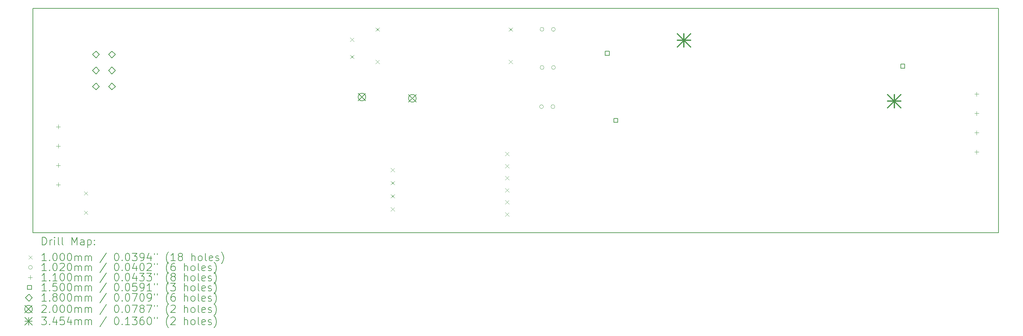
<source format=gbr>
%TF.GenerationSoftware,KiCad,Pcbnew,7.0.9*%
%TF.CreationDate,2024-04-22T21:03:58-07:00*%
%TF.ProjectId,AVcarrierBoard,41566361-7272-4696-9572-426f6172642e,rev?*%
%TF.SameCoordinates,Original*%
%TF.FileFunction,Drillmap*%
%TF.FilePolarity,Positive*%
%FSLAX45Y45*%
G04 Gerber Fmt 4.5, Leading zero omitted, Abs format (unit mm)*
G04 Created by KiCad (PCBNEW 7.0.9) date 2024-04-22 21:03:58*
%MOMM*%
%LPD*%
G01*
G04 APERTURE LIST*
%ADD10C,0.200000*%
%ADD11C,0.100000*%
%ADD12C,0.102000*%
%ADD13C,0.110000*%
%ADD14C,0.150000*%
%ADD15C,0.180000*%
%ADD16C,0.345440*%
G04 APERTURE END LIST*
D10*
X2276500Y-6557000D02*
X27636500Y-6557000D01*
X27636500Y-12457000D01*
X2276500Y-12457000D01*
X2276500Y-6557000D01*
D11*
X3623500Y-11372000D02*
X3723500Y-11472000D01*
X3723500Y-11372000D02*
X3623500Y-11472000D01*
X3623500Y-11880000D02*
X3723500Y-11980000D01*
X3723500Y-11880000D02*
X3623500Y-11980000D01*
X10609939Y-7326553D02*
X10709939Y-7426553D01*
X10709939Y-7326553D02*
X10609939Y-7426553D01*
X10609939Y-7782600D02*
X10709939Y-7882600D01*
X10709939Y-7782600D02*
X10609939Y-7882600D01*
X11281000Y-7062000D02*
X11381000Y-7162000D01*
X11381000Y-7062000D02*
X11281000Y-7162000D01*
X11281000Y-7912000D02*
X11381000Y-8012000D01*
X11381000Y-7912000D02*
X11281000Y-8012000D01*
X11677500Y-10756000D02*
X11777500Y-10856000D01*
X11777500Y-10756000D02*
X11677500Y-10856000D01*
X11677500Y-11102000D02*
X11777500Y-11202000D01*
X11777500Y-11102000D02*
X11677500Y-11202000D01*
X11677500Y-11448000D02*
X11777500Y-11548000D01*
X11777500Y-11448000D02*
X11677500Y-11548000D01*
X11677500Y-11794000D02*
X11777500Y-11894000D01*
X11777500Y-11794000D02*
X11677500Y-11894000D01*
X14687260Y-10336060D02*
X14787260Y-10436060D01*
X14787260Y-10336060D02*
X14687260Y-10436060D01*
X14687260Y-10653560D02*
X14787260Y-10753560D01*
X14787260Y-10653560D02*
X14687260Y-10753560D01*
X14687260Y-10971060D02*
X14787260Y-11071060D01*
X14787260Y-10971060D02*
X14687260Y-11071060D01*
X14687260Y-11288560D02*
X14787260Y-11388560D01*
X14787260Y-11288560D02*
X14687260Y-11388560D01*
X14687260Y-11606060D02*
X14787260Y-11706060D01*
X14787260Y-11606060D02*
X14687260Y-11706060D01*
X14687260Y-11923560D02*
X14787260Y-12023560D01*
X14787260Y-11923560D02*
X14687260Y-12023560D01*
X14781000Y-7062000D02*
X14881000Y-7162000D01*
X14881000Y-7062000D02*
X14781000Y-7162000D01*
X14781000Y-7912000D02*
X14881000Y-8012000D01*
X14881000Y-7912000D02*
X14781000Y-8012000D01*
D12*
X15687240Y-9144000D02*
G75*
G03*
X15687240Y-9144000I-51000J0D01*
G01*
X15699660Y-7109460D02*
G75*
G03*
X15699660Y-7109460I-51000J0D01*
G01*
X15702200Y-8112760D02*
G75*
G03*
X15702200Y-8112760I-51000J0D01*
G01*
X15987240Y-9144000D02*
G75*
G03*
X15987240Y-9144000I-51000J0D01*
G01*
X15999660Y-7109460D02*
G75*
G03*
X15999660Y-7109460I-51000J0D01*
G01*
X16002200Y-8112760D02*
G75*
G03*
X16002200Y-8112760I-51000J0D01*
G01*
D13*
X2946400Y-9617320D02*
X2946400Y-9727320D01*
X2891400Y-9672320D02*
X3001400Y-9672320D01*
X2946400Y-10125320D02*
X2946400Y-10235320D01*
X2891400Y-10180320D02*
X3001400Y-10180320D01*
X2946400Y-10633320D02*
X2946400Y-10743320D01*
X2891400Y-10688320D02*
X3001400Y-10688320D01*
X2946400Y-11141320D02*
X2946400Y-11251320D01*
X2891400Y-11196320D02*
X3001400Y-11196320D01*
X27065000Y-8758750D02*
X27065000Y-8868750D01*
X27010000Y-8813750D02*
X27120000Y-8813750D01*
X27065000Y-9266750D02*
X27065000Y-9376750D01*
X27010000Y-9321750D02*
X27120000Y-9321750D01*
X27065000Y-9774750D02*
X27065000Y-9884750D01*
X27010000Y-9829750D02*
X27120000Y-9829750D01*
X27065000Y-10282750D02*
X27065000Y-10392750D01*
X27010000Y-10337750D02*
X27120000Y-10337750D01*
D14*
X17414834Y-7793293D02*
X17414834Y-7687226D01*
X17308767Y-7687226D01*
X17308767Y-7793293D01*
X17414834Y-7793293D01*
X17639994Y-9557714D02*
X17639994Y-9451647D01*
X17533927Y-9451647D01*
X17533927Y-9557714D01*
X17639994Y-9557714D01*
X25175833Y-8130233D02*
X25175833Y-8024166D01*
X25069766Y-8024166D01*
X25069766Y-8130233D01*
X25175833Y-8130233D01*
D15*
X3935780Y-7863043D02*
X4025780Y-7773043D01*
X3935780Y-7683043D01*
X3845780Y-7773043D01*
X3935780Y-7863043D01*
X3935780Y-8283043D02*
X4025780Y-8193043D01*
X3935780Y-8103043D01*
X3845780Y-8193043D01*
X3935780Y-8283043D01*
X3935780Y-8703043D02*
X4025780Y-8613043D01*
X3935780Y-8523043D01*
X3845780Y-8613043D01*
X3935780Y-8703043D01*
X4355780Y-7863043D02*
X4445780Y-7773043D01*
X4355780Y-7683043D01*
X4265780Y-7773043D01*
X4355780Y-7863043D01*
X4355780Y-8283043D02*
X4445780Y-8193043D01*
X4355780Y-8103043D01*
X4265780Y-8193043D01*
X4355780Y-8283043D01*
X4355780Y-8703043D02*
X4445780Y-8613043D01*
X4355780Y-8523043D01*
X4265780Y-8613043D01*
X4355780Y-8703043D01*
D10*
X10822000Y-8790000D02*
X11022000Y-8990000D01*
X11022000Y-8790000D02*
X10822000Y-8990000D01*
X11022000Y-8890000D02*
G75*
G03*
X11022000Y-8890000I-100000J0D01*
G01*
X12145340Y-8823020D02*
X12345340Y-9023020D01*
X12345340Y-8823020D02*
X12145340Y-9023020D01*
X12345340Y-8923020D02*
G75*
G03*
X12345340Y-8923020I-100000J0D01*
G01*
D16*
X19202780Y-7227080D02*
X19548220Y-7572520D01*
X19548220Y-7227080D02*
X19202780Y-7572520D01*
X19375500Y-7227080D02*
X19375500Y-7572520D01*
X19202780Y-7399800D02*
X19548220Y-7399800D01*
X24727280Y-8827280D02*
X25072720Y-9172720D01*
X25072720Y-8827280D02*
X24727280Y-9172720D01*
X24900000Y-8827280D02*
X24900000Y-9172720D01*
X24727280Y-9000000D02*
X25072720Y-9000000D01*
D10*
X2527277Y-12778484D02*
X2527277Y-12578484D01*
X2527277Y-12578484D02*
X2574896Y-12578484D01*
X2574896Y-12578484D02*
X2603467Y-12588008D01*
X2603467Y-12588008D02*
X2622515Y-12607055D01*
X2622515Y-12607055D02*
X2632039Y-12626103D01*
X2632039Y-12626103D02*
X2641563Y-12664198D01*
X2641563Y-12664198D02*
X2641563Y-12692769D01*
X2641563Y-12692769D02*
X2632039Y-12730865D01*
X2632039Y-12730865D02*
X2622515Y-12749912D01*
X2622515Y-12749912D02*
X2603467Y-12768960D01*
X2603467Y-12768960D02*
X2574896Y-12778484D01*
X2574896Y-12778484D02*
X2527277Y-12778484D01*
X2727277Y-12778484D02*
X2727277Y-12645150D01*
X2727277Y-12683246D02*
X2736801Y-12664198D01*
X2736801Y-12664198D02*
X2746324Y-12654674D01*
X2746324Y-12654674D02*
X2765372Y-12645150D01*
X2765372Y-12645150D02*
X2784420Y-12645150D01*
X2851086Y-12778484D02*
X2851086Y-12645150D01*
X2851086Y-12578484D02*
X2841562Y-12588008D01*
X2841562Y-12588008D02*
X2851086Y-12597531D01*
X2851086Y-12597531D02*
X2860610Y-12588008D01*
X2860610Y-12588008D02*
X2851086Y-12578484D01*
X2851086Y-12578484D02*
X2851086Y-12597531D01*
X2974896Y-12778484D02*
X2955848Y-12768960D01*
X2955848Y-12768960D02*
X2946324Y-12749912D01*
X2946324Y-12749912D02*
X2946324Y-12578484D01*
X3079658Y-12778484D02*
X3060610Y-12768960D01*
X3060610Y-12768960D02*
X3051086Y-12749912D01*
X3051086Y-12749912D02*
X3051086Y-12578484D01*
X3308229Y-12778484D02*
X3308229Y-12578484D01*
X3308229Y-12578484D02*
X3374896Y-12721341D01*
X3374896Y-12721341D02*
X3441562Y-12578484D01*
X3441562Y-12578484D02*
X3441562Y-12778484D01*
X3622515Y-12778484D02*
X3622515Y-12673722D01*
X3622515Y-12673722D02*
X3612991Y-12654674D01*
X3612991Y-12654674D02*
X3593943Y-12645150D01*
X3593943Y-12645150D02*
X3555848Y-12645150D01*
X3555848Y-12645150D02*
X3536801Y-12654674D01*
X3622515Y-12768960D02*
X3603467Y-12778484D01*
X3603467Y-12778484D02*
X3555848Y-12778484D01*
X3555848Y-12778484D02*
X3536801Y-12768960D01*
X3536801Y-12768960D02*
X3527277Y-12749912D01*
X3527277Y-12749912D02*
X3527277Y-12730865D01*
X3527277Y-12730865D02*
X3536801Y-12711817D01*
X3536801Y-12711817D02*
X3555848Y-12702293D01*
X3555848Y-12702293D02*
X3603467Y-12702293D01*
X3603467Y-12702293D02*
X3622515Y-12692769D01*
X3717753Y-12645150D02*
X3717753Y-12845150D01*
X3717753Y-12654674D02*
X3736801Y-12645150D01*
X3736801Y-12645150D02*
X3774896Y-12645150D01*
X3774896Y-12645150D02*
X3793943Y-12654674D01*
X3793943Y-12654674D02*
X3803467Y-12664198D01*
X3803467Y-12664198D02*
X3812991Y-12683246D01*
X3812991Y-12683246D02*
X3812991Y-12740388D01*
X3812991Y-12740388D02*
X3803467Y-12759436D01*
X3803467Y-12759436D02*
X3793943Y-12768960D01*
X3793943Y-12768960D02*
X3774896Y-12778484D01*
X3774896Y-12778484D02*
X3736801Y-12778484D01*
X3736801Y-12778484D02*
X3717753Y-12768960D01*
X3898705Y-12759436D02*
X3908229Y-12768960D01*
X3908229Y-12768960D02*
X3898705Y-12778484D01*
X3898705Y-12778484D02*
X3889182Y-12768960D01*
X3889182Y-12768960D02*
X3898705Y-12759436D01*
X3898705Y-12759436D02*
X3898705Y-12778484D01*
X3898705Y-12654674D02*
X3908229Y-12664198D01*
X3908229Y-12664198D02*
X3898705Y-12673722D01*
X3898705Y-12673722D02*
X3889182Y-12664198D01*
X3889182Y-12664198D02*
X3898705Y-12654674D01*
X3898705Y-12654674D02*
X3898705Y-12673722D01*
D11*
X2166500Y-13057000D02*
X2266500Y-13157000D01*
X2266500Y-13057000D02*
X2166500Y-13157000D01*
D10*
X2632039Y-13198484D02*
X2517753Y-13198484D01*
X2574896Y-13198484D02*
X2574896Y-12998484D01*
X2574896Y-12998484D02*
X2555848Y-13027055D01*
X2555848Y-13027055D02*
X2536801Y-13046103D01*
X2536801Y-13046103D02*
X2517753Y-13055627D01*
X2717753Y-13179436D02*
X2727277Y-13188960D01*
X2727277Y-13188960D02*
X2717753Y-13198484D01*
X2717753Y-13198484D02*
X2708229Y-13188960D01*
X2708229Y-13188960D02*
X2717753Y-13179436D01*
X2717753Y-13179436D02*
X2717753Y-13198484D01*
X2851086Y-12998484D02*
X2870134Y-12998484D01*
X2870134Y-12998484D02*
X2889182Y-13008008D01*
X2889182Y-13008008D02*
X2898705Y-13017531D01*
X2898705Y-13017531D02*
X2908229Y-13036579D01*
X2908229Y-13036579D02*
X2917753Y-13074674D01*
X2917753Y-13074674D02*
X2917753Y-13122293D01*
X2917753Y-13122293D02*
X2908229Y-13160388D01*
X2908229Y-13160388D02*
X2898705Y-13179436D01*
X2898705Y-13179436D02*
X2889182Y-13188960D01*
X2889182Y-13188960D02*
X2870134Y-13198484D01*
X2870134Y-13198484D02*
X2851086Y-13198484D01*
X2851086Y-13198484D02*
X2832039Y-13188960D01*
X2832039Y-13188960D02*
X2822515Y-13179436D01*
X2822515Y-13179436D02*
X2812991Y-13160388D01*
X2812991Y-13160388D02*
X2803467Y-13122293D01*
X2803467Y-13122293D02*
X2803467Y-13074674D01*
X2803467Y-13074674D02*
X2812991Y-13036579D01*
X2812991Y-13036579D02*
X2822515Y-13017531D01*
X2822515Y-13017531D02*
X2832039Y-13008008D01*
X2832039Y-13008008D02*
X2851086Y-12998484D01*
X3041562Y-12998484D02*
X3060610Y-12998484D01*
X3060610Y-12998484D02*
X3079658Y-13008008D01*
X3079658Y-13008008D02*
X3089182Y-13017531D01*
X3089182Y-13017531D02*
X3098705Y-13036579D01*
X3098705Y-13036579D02*
X3108229Y-13074674D01*
X3108229Y-13074674D02*
X3108229Y-13122293D01*
X3108229Y-13122293D02*
X3098705Y-13160388D01*
X3098705Y-13160388D02*
X3089182Y-13179436D01*
X3089182Y-13179436D02*
X3079658Y-13188960D01*
X3079658Y-13188960D02*
X3060610Y-13198484D01*
X3060610Y-13198484D02*
X3041562Y-13198484D01*
X3041562Y-13198484D02*
X3022515Y-13188960D01*
X3022515Y-13188960D02*
X3012991Y-13179436D01*
X3012991Y-13179436D02*
X3003467Y-13160388D01*
X3003467Y-13160388D02*
X2993943Y-13122293D01*
X2993943Y-13122293D02*
X2993943Y-13074674D01*
X2993943Y-13074674D02*
X3003467Y-13036579D01*
X3003467Y-13036579D02*
X3012991Y-13017531D01*
X3012991Y-13017531D02*
X3022515Y-13008008D01*
X3022515Y-13008008D02*
X3041562Y-12998484D01*
X3232039Y-12998484D02*
X3251086Y-12998484D01*
X3251086Y-12998484D02*
X3270134Y-13008008D01*
X3270134Y-13008008D02*
X3279658Y-13017531D01*
X3279658Y-13017531D02*
X3289182Y-13036579D01*
X3289182Y-13036579D02*
X3298705Y-13074674D01*
X3298705Y-13074674D02*
X3298705Y-13122293D01*
X3298705Y-13122293D02*
X3289182Y-13160388D01*
X3289182Y-13160388D02*
X3279658Y-13179436D01*
X3279658Y-13179436D02*
X3270134Y-13188960D01*
X3270134Y-13188960D02*
X3251086Y-13198484D01*
X3251086Y-13198484D02*
X3232039Y-13198484D01*
X3232039Y-13198484D02*
X3212991Y-13188960D01*
X3212991Y-13188960D02*
X3203467Y-13179436D01*
X3203467Y-13179436D02*
X3193943Y-13160388D01*
X3193943Y-13160388D02*
X3184420Y-13122293D01*
X3184420Y-13122293D02*
X3184420Y-13074674D01*
X3184420Y-13074674D02*
X3193943Y-13036579D01*
X3193943Y-13036579D02*
X3203467Y-13017531D01*
X3203467Y-13017531D02*
X3212991Y-13008008D01*
X3212991Y-13008008D02*
X3232039Y-12998484D01*
X3384420Y-13198484D02*
X3384420Y-13065150D01*
X3384420Y-13084198D02*
X3393943Y-13074674D01*
X3393943Y-13074674D02*
X3412991Y-13065150D01*
X3412991Y-13065150D02*
X3441563Y-13065150D01*
X3441563Y-13065150D02*
X3460610Y-13074674D01*
X3460610Y-13074674D02*
X3470134Y-13093722D01*
X3470134Y-13093722D02*
X3470134Y-13198484D01*
X3470134Y-13093722D02*
X3479658Y-13074674D01*
X3479658Y-13074674D02*
X3498705Y-13065150D01*
X3498705Y-13065150D02*
X3527277Y-13065150D01*
X3527277Y-13065150D02*
X3546324Y-13074674D01*
X3546324Y-13074674D02*
X3555848Y-13093722D01*
X3555848Y-13093722D02*
X3555848Y-13198484D01*
X3651086Y-13198484D02*
X3651086Y-13065150D01*
X3651086Y-13084198D02*
X3660610Y-13074674D01*
X3660610Y-13074674D02*
X3679658Y-13065150D01*
X3679658Y-13065150D02*
X3708229Y-13065150D01*
X3708229Y-13065150D02*
X3727277Y-13074674D01*
X3727277Y-13074674D02*
X3736801Y-13093722D01*
X3736801Y-13093722D02*
X3736801Y-13198484D01*
X3736801Y-13093722D02*
X3746324Y-13074674D01*
X3746324Y-13074674D02*
X3765372Y-13065150D01*
X3765372Y-13065150D02*
X3793943Y-13065150D01*
X3793943Y-13065150D02*
X3812991Y-13074674D01*
X3812991Y-13074674D02*
X3822515Y-13093722D01*
X3822515Y-13093722D02*
X3822515Y-13198484D01*
X4212991Y-12988960D02*
X4041563Y-13246103D01*
X4470134Y-12998484D02*
X4489182Y-12998484D01*
X4489182Y-12998484D02*
X4508229Y-13008008D01*
X4508229Y-13008008D02*
X4517753Y-13017531D01*
X4517753Y-13017531D02*
X4527277Y-13036579D01*
X4527277Y-13036579D02*
X4536801Y-13074674D01*
X4536801Y-13074674D02*
X4536801Y-13122293D01*
X4536801Y-13122293D02*
X4527277Y-13160388D01*
X4527277Y-13160388D02*
X4517753Y-13179436D01*
X4517753Y-13179436D02*
X4508229Y-13188960D01*
X4508229Y-13188960D02*
X4489182Y-13198484D01*
X4489182Y-13198484D02*
X4470134Y-13198484D01*
X4470134Y-13198484D02*
X4451087Y-13188960D01*
X4451087Y-13188960D02*
X4441563Y-13179436D01*
X4441563Y-13179436D02*
X4432039Y-13160388D01*
X4432039Y-13160388D02*
X4422515Y-13122293D01*
X4422515Y-13122293D02*
X4422515Y-13074674D01*
X4422515Y-13074674D02*
X4432039Y-13036579D01*
X4432039Y-13036579D02*
X4441563Y-13017531D01*
X4441563Y-13017531D02*
X4451087Y-13008008D01*
X4451087Y-13008008D02*
X4470134Y-12998484D01*
X4622515Y-13179436D02*
X4632039Y-13188960D01*
X4632039Y-13188960D02*
X4622515Y-13198484D01*
X4622515Y-13198484D02*
X4612991Y-13188960D01*
X4612991Y-13188960D02*
X4622515Y-13179436D01*
X4622515Y-13179436D02*
X4622515Y-13198484D01*
X4755848Y-12998484D02*
X4774896Y-12998484D01*
X4774896Y-12998484D02*
X4793944Y-13008008D01*
X4793944Y-13008008D02*
X4803468Y-13017531D01*
X4803468Y-13017531D02*
X4812991Y-13036579D01*
X4812991Y-13036579D02*
X4822515Y-13074674D01*
X4822515Y-13074674D02*
X4822515Y-13122293D01*
X4822515Y-13122293D02*
X4812991Y-13160388D01*
X4812991Y-13160388D02*
X4803468Y-13179436D01*
X4803468Y-13179436D02*
X4793944Y-13188960D01*
X4793944Y-13188960D02*
X4774896Y-13198484D01*
X4774896Y-13198484D02*
X4755848Y-13198484D01*
X4755848Y-13198484D02*
X4736801Y-13188960D01*
X4736801Y-13188960D02*
X4727277Y-13179436D01*
X4727277Y-13179436D02*
X4717753Y-13160388D01*
X4717753Y-13160388D02*
X4708229Y-13122293D01*
X4708229Y-13122293D02*
X4708229Y-13074674D01*
X4708229Y-13074674D02*
X4717753Y-13036579D01*
X4717753Y-13036579D02*
X4727277Y-13017531D01*
X4727277Y-13017531D02*
X4736801Y-13008008D01*
X4736801Y-13008008D02*
X4755848Y-12998484D01*
X4889182Y-12998484D02*
X5012991Y-12998484D01*
X5012991Y-12998484D02*
X4946325Y-13074674D01*
X4946325Y-13074674D02*
X4974896Y-13074674D01*
X4974896Y-13074674D02*
X4993944Y-13084198D01*
X4993944Y-13084198D02*
X5003468Y-13093722D01*
X5003468Y-13093722D02*
X5012991Y-13112769D01*
X5012991Y-13112769D02*
X5012991Y-13160388D01*
X5012991Y-13160388D02*
X5003468Y-13179436D01*
X5003468Y-13179436D02*
X4993944Y-13188960D01*
X4993944Y-13188960D02*
X4974896Y-13198484D01*
X4974896Y-13198484D02*
X4917753Y-13198484D01*
X4917753Y-13198484D02*
X4898706Y-13188960D01*
X4898706Y-13188960D02*
X4889182Y-13179436D01*
X5108229Y-13198484D02*
X5146325Y-13198484D01*
X5146325Y-13198484D02*
X5165372Y-13188960D01*
X5165372Y-13188960D02*
X5174896Y-13179436D01*
X5174896Y-13179436D02*
X5193944Y-13150865D01*
X5193944Y-13150865D02*
X5203468Y-13112769D01*
X5203468Y-13112769D02*
X5203468Y-13036579D01*
X5203468Y-13036579D02*
X5193944Y-13017531D01*
X5193944Y-13017531D02*
X5184420Y-13008008D01*
X5184420Y-13008008D02*
X5165372Y-12998484D01*
X5165372Y-12998484D02*
X5127277Y-12998484D01*
X5127277Y-12998484D02*
X5108229Y-13008008D01*
X5108229Y-13008008D02*
X5098706Y-13017531D01*
X5098706Y-13017531D02*
X5089182Y-13036579D01*
X5089182Y-13036579D02*
X5089182Y-13084198D01*
X5089182Y-13084198D02*
X5098706Y-13103246D01*
X5098706Y-13103246D02*
X5108229Y-13112769D01*
X5108229Y-13112769D02*
X5127277Y-13122293D01*
X5127277Y-13122293D02*
X5165372Y-13122293D01*
X5165372Y-13122293D02*
X5184420Y-13112769D01*
X5184420Y-13112769D02*
X5193944Y-13103246D01*
X5193944Y-13103246D02*
X5203468Y-13084198D01*
X5374896Y-13065150D02*
X5374896Y-13198484D01*
X5327277Y-12988960D02*
X5279658Y-13131817D01*
X5279658Y-13131817D02*
X5403468Y-13131817D01*
X5470134Y-12998484D02*
X5470134Y-13036579D01*
X5546325Y-12998484D02*
X5546325Y-13036579D01*
X5841563Y-13274674D02*
X5832039Y-13265150D01*
X5832039Y-13265150D02*
X5812991Y-13236579D01*
X5812991Y-13236579D02*
X5803468Y-13217531D01*
X5803468Y-13217531D02*
X5793944Y-13188960D01*
X5793944Y-13188960D02*
X5784420Y-13141341D01*
X5784420Y-13141341D02*
X5784420Y-13103246D01*
X5784420Y-13103246D02*
X5793944Y-13055627D01*
X5793944Y-13055627D02*
X5803468Y-13027055D01*
X5803468Y-13027055D02*
X5812991Y-13008008D01*
X5812991Y-13008008D02*
X5832039Y-12979436D01*
X5832039Y-12979436D02*
X5841563Y-12969912D01*
X6022515Y-13198484D02*
X5908229Y-13198484D01*
X5965372Y-13198484D02*
X5965372Y-12998484D01*
X5965372Y-12998484D02*
X5946325Y-13027055D01*
X5946325Y-13027055D02*
X5927277Y-13046103D01*
X5927277Y-13046103D02*
X5908229Y-13055627D01*
X6136801Y-13084198D02*
X6117753Y-13074674D01*
X6117753Y-13074674D02*
X6108229Y-13065150D01*
X6108229Y-13065150D02*
X6098706Y-13046103D01*
X6098706Y-13046103D02*
X6098706Y-13036579D01*
X6098706Y-13036579D02*
X6108229Y-13017531D01*
X6108229Y-13017531D02*
X6117753Y-13008008D01*
X6117753Y-13008008D02*
X6136801Y-12998484D01*
X6136801Y-12998484D02*
X6174896Y-12998484D01*
X6174896Y-12998484D02*
X6193944Y-13008008D01*
X6193944Y-13008008D02*
X6203468Y-13017531D01*
X6203468Y-13017531D02*
X6212991Y-13036579D01*
X6212991Y-13036579D02*
X6212991Y-13046103D01*
X6212991Y-13046103D02*
X6203468Y-13065150D01*
X6203468Y-13065150D02*
X6193944Y-13074674D01*
X6193944Y-13074674D02*
X6174896Y-13084198D01*
X6174896Y-13084198D02*
X6136801Y-13084198D01*
X6136801Y-13084198D02*
X6117753Y-13093722D01*
X6117753Y-13093722D02*
X6108229Y-13103246D01*
X6108229Y-13103246D02*
X6098706Y-13122293D01*
X6098706Y-13122293D02*
X6098706Y-13160388D01*
X6098706Y-13160388D02*
X6108229Y-13179436D01*
X6108229Y-13179436D02*
X6117753Y-13188960D01*
X6117753Y-13188960D02*
X6136801Y-13198484D01*
X6136801Y-13198484D02*
X6174896Y-13198484D01*
X6174896Y-13198484D02*
X6193944Y-13188960D01*
X6193944Y-13188960D02*
X6203468Y-13179436D01*
X6203468Y-13179436D02*
X6212991Y-13160388D01*
X6212991Y-13160388D02*
X6212991Y-13122293D01*
X6212991Y-13122293D02*
X6203468Y-13103246D01*
X6203468Y-13103246D02*
X6193944Y-13093722D01*
X6193944Y-13093722D02*
X6174896Y-13084198D01*
X6451087Y-13198484D02*
X6451087Y-12998484D01*
X6536801Y-13198484D02*
X6536801Y-13093722D01*
X6536801Y-13093722D02*
X6527277Y-13074674D01*
X6527277Y-13074674D02*
X6508230Y-13065150D01*
X6508230Y-13065150D02*
X6479658Y-13065150D01*
X6479658Y-13065150D02*
X6460610Y-13074674D01*
X6460610Y-13074674D02*
X6451087Y-13084198D01*
X6660610Y-13198484D02*
X6641563Y-13188960D01*
X6641563Y-13188960D02*
X6632039Y-13179436D01*
X6632039Y-13179436D02*
X6622515Y-13160388D01*
X6622515Y-13160388D02*
X6622515Y-13103246D01*
X6622515Y-13103246D02*
X6632039Y-13084198D01*
X6632039Y-13084198D02*
X6641563Y-13074674D01*
X6641563Y-13074674D02*
X6660610Y-13065150D01*
X6660610Y-13065150D02*
X6689182Y-13065150D01*
X6689182Y-13065150D02*
X6708230Y-13074674D01*
X6708230Y-13074674D02*
X6717753Y-13084198D01*
X6717753Y-13084198D02*
X6727277Y-13103246D01*
X6727277Y-13103246D02*
X6727277Y-13160388D01*
X6727277Y-13160388D02*
X6717753Y-13179436D01*
X6717753Y-13179436D02*
X6708230Y-13188960D01*
X6708230Y-13188960D02*
X6689182Y-13198484D01*
X6689182Y-13198484D02*
X6660610Y-13198484D01*
X6841563Y-13198484D02*
X6822515Y-13188960D01*
X6822515Y-13188960D02*
X6812991Y-13169912D01*
X6812991Y-13169912D02*
X6812991Y-12998484D01*
X6993944Y-13188960D02*
X6974896Y-13198484D01*
X6974896Y-13198484D02*
X6936801Y-13198484D01*
X6936801Y-13198484D02*
X6917753Y-13188960D01*
X6917753Y-13188960D02*
X6908230Y-13169912D01*
X6908230Y-13169912D02*
X6908230Y-13093722D01*
X6908230Y-13093722D02*
X6917753Y-13074674D01*
X6917753Y-13074674D02*
X6936801Y-13065150D01*
X6936801Y-13065150D02*
X6974896Y-13065150D01*
X6974896Y-13065150D02*
X6993944Y-13074674D01*
X6993944Y-13074674D02*
X7003468Y-13093722D01*
X7003468Y-13093722D02*
X7003468Y-13112769D01*
X7003468Y-13112769D02*
X6908230Y-13131817D01*
X7079658Y-13188960D02*
X7098706Y-13198484D01*
X7098706Y-13198484D02*
X7136801Y-13198484D01*
X7136801Y-13198484D02*
X7155849Y-13188960D01*
X7155849Y-13188960D02*
X7165372Y-13169912D01*
X7165372Y-13169912D02*
X7165372Y-13160388D01*
X7165372Y-13160388D02*
X7155849Y-13141341D01*
X7155849Y-13141341D02*
X7136801Y-13131817D01*
X7136801Y-13131817D02*
X7108230Y-13131817D01*
X7108230Y-13131817D02*
X7089182Y-13122293D01*
X7089182Y-13122293D02*
X7079658Y-13103246D01*
X7079658Y-13103246D02*
X7079658Y-13093722D01*
X7079658Y-13093722D02*
X7089182Y-13074674D01*
X7089182Y-13074674D02*
X7108230Y-13065150D01*
X7108230Y-13065150D02*
X7136801Y-13065150D01*
X7136801Y-13065150D02*
X7155849Y-13074674D01*
X7232039Y-13274674D02*
X7241563Y-13265150D01*
X7241563Y-13265150D02*
X7260611Y-13236579D01*
X7260611Y-13236579D02*
X7270134Y-13217531D01*
X7270134Y-13217531D02*
X7279658Y-13188960D01*
X7279658Y-13188960D02*
X7289182Y-13141341D01*
X7289182Y-13141341D02*
X7289182Y-13103246D01*
X7289182Y-13103246D02*
X7279658Y-13055627D01*
X7279658Y-13055627D02*
X7270134Y-13027055D01*
X7270134Y-13027055D02*
X7260611Y-13008008D01*
X7260611Y-13008008D02*
X7241563Y-12979436D01*
X7241563Y-12979436D02*
X7232039Y-12969912D01*
D12*
X2266500Y-13371000D02*
G75*
G03*
X2266500Y-13371000I-51000J0D01*
G01*
D10*
X2632039Y-13462484D02*
X2517753Y-13462484D01*
X2574896Y-13462484D02*
X2574896Y-13262484D01*
X2574896Y-13262484D02*
X2555848Y-13291055D01*
X2555848Y-13291055D02*
X2536801Y-13310103D01*
X2536801Y-13310103D02*
X2517753Y-13319627D01*
X2717753Y-13443436D02*
X2727277Y-13452960D01*
X2727277Y-13452960D02*
X2717753Y-13462484D01*
X2717753Y-13462484D02*
X2708229Y-13452960D01*
X2708229Y-13452960D02*
X2717753Y-13443436D01*
X2717753Y-13443436D02*
X2717753Y-13462484D01*
X2851086Y-13262484D02*
X2870134Y-13262484D01*
X2870134Y-13262484D02*
X2889182Y-13272008D01*
X2889182Y-13272008D02*
X2898705Y-13281531D01*
X2898705Y-13281531D02*
X2908229Y-13300579D01*
X2908229Y-13300579D02*
X2917753Y-13338674D01*
X2917753Y-13338674D02*
X2917753Y-13386293D01*
X2917753Y-13386293D02*
X2908229Y-13424388D01*
X2908229Y-13424388D02*
X2898705Y-13443436D01*
X2898705Y-13443436D02*
X2889182Y-13452960D01*
X2889182Y-13452960D02*
X2870134Y-13462484D01*
X2870134Y-13462484D02*
X2851086Y-13462484D01*
X2851086Y-13462484D02*
X2832039Y-13452960D01*
X2832039Y-13452960D02*
X2822515Y-13443436D01*
X2822515Y-13443436D02*
X2812991Y-13424388D01*
X2812991Y-13424388D02*
X2803467Y-13386293D01*
X2803467Y-13386293D02*
X2803467Y-13338674D01*
X2803467Y-13338674D02*
X2812991Y-13300579D01*
X2812991Y-13300579D02*
X2822515Y-13281531D01*
X2822515Y-13281531D02*
X2832039Y-13272008D01*
X2832039Y-13272008D02*
X2851086Y-13262484D01*
X2993943Y-13281531D02*
X3003467Y-13272008D01*
X3003467Y-13272008D02*
X3022515Y-13262484D01*
X3022515Y-13262484D02*
X3070134Y-13262484D01*
X3070134Y-13262484D02*
X3089182Y-13272008D01*
X3089182Y-13272008D02*
X3098705Y-13281531D01*
X3098705Y-13281531D02*
X3108229Y-13300579D01*
X3108229Y-13300579D02*
X3108229Y-13319627D01*
X3108229Y-13319627D02*
X3098705Y-13348198D01*
X3098705Y-13348198D02*
X2984420Y-13462484D01*
X2984420Y-13462484D02*
X3108229Y-13462484D01*
X3232039Y-13262484D02*
X3251086Y-13262484D01*
X3251086Y-13262484D02*
X3270134Y-13272008D01*
X3270134Y-13272008D02*
X3279658Y-13281531D01*
X3279658Y-13281531D02*
X3289182Y-13300579D01*
X3289182Y-13300579D02*
X3298705Y-13338674D01*
X3298705Y-13338674D02*
X3298705Y-13386293D01*
X3298705Y-13386293D02*
X3289182Y-13424388D01*
X3289182Y-13424388D02*
X3279658Y-13443436D01*
X3279658Y-13443436D02*
X3270134Y-13452960D01*
X3270134Y-13452960D02*
X3251086Y-13462484D01*
X3251086Y-13462484D02*
X3232039Y-13462484D01*
X3232039Y-13462484D02*
X3212991Y-13452960D01*
X3212991Y-13452960D02*
X3203467Y-13443436D01*
X3203467Y-13443436D02*
X3193943Y-13424388D01*
X3193943Y-13424388D02*
X3184420Y-13386293D01*
X3184420Y-13386293D02*
X3184420Y-13338674D01*
X3184420Y-13338674D02*
X3193943Y-13300579D01*
X3193943Y-13300579D02*
X3203467Y-13281531D01*
X3203467Y-13281531D02*
X3212991Y-13272008D01*
X3212991Y-13272008D02*
X3232039Y-13262484D01*
X3384420Y-13462484D02*
X3384420Y-13329150D01*
X3384420Y-13348198D02*
X3393943Y-13338674D01*
X3393943Y-13338674D02*
X3412991Y-13329150D01*
X3412991Y-13329150D02*
X3441563Y-13329150D01*
X3441563Y-13329150D02*
X3460610Y-13338674D01*
X3460610Y-13338674D02*
X3470134Y-13357722D01*
X3470134Y-13357722D02*
X3470134Y-13462484D01*
X3470134Y-13357722D02*
X3479658Y-13338674D01*
X3479658Y-13338674D02*
X3498705Y-13329150D01*
X3498705Y-13329150D02*
X3527277Y-13329150D01*
X3527277Y-13329150D02*
X3546324Y-13338674D01*
X3546324Y-13338674D02*
X3555848Y-13357722D01*
X3555848Y-13357722D02*
X3555848Y-13462484D01*
X3651086Y-13462484D02*
X3651086Y-13329150D01*
X3651086Y-13348198D02*
X3660610Y-13338674D01*
X3660610Y-13338674D02*
X3679658Y-13329150D01*
X3679658Y-13329150D02*
X3708229Y-13329150D01*
X3708229Y-13329150D02*
X3727277Y-13338674D01*
X3727277Y-13338674D02*
X3736801Y-13357722D01*
X3736801Y-13357722D02*
X3736801Y-13462484D01*
X3736801Y-13357722D02*
X3746324Y-13338674D01*
X3746324Y-13338674D02*
X3765372Y-13329150D01*
X3765372Y-13329150D02*
X3793943Y-13329150D01*
X3793943Y-13329150D02*
X3812991Y-13338674D01*
X3812991Y-13338674D02*
X3822515Y-13357722D01*
X3822515Y-13357722D02*
X3822515Y-13462484D01*
X4212991Y-13252960D02*
X4041563Y-13510103D01*
X4470134Y-13262484D02*
X4489182Y-13262484D01*
X4489182Y-13262484D02*
X4508229Y-13272008D01*
X4508229Y-13272008D02*
X4517753Y-13281531D01*
X4517753Y-13281531D02*
X4527277Y-13300579D01*
X4527277Y-13300579D02*
X4536801Y-13338674D01*
X4536801Y-13338674D02*
X4536801Y-13386293D01*
X4536801Y-13386293D02*
X4527277Y-13424388D01*
X4527277Y-13424388D02*
X4517753Y-13443436D01*
X4517753Y-13443436D02*
X4508229Y-13452960D01*
X4508229Y-13452960D02*
X4489182Y-13462484D01*
X4489182Y-13462484D02*
X4470134Y-13462484D01*
X4470134Y-13462484D02*
X4451087Y-13452960D01*
X4451087Y-13452960D02*
X4441563Y-13443436D01*
X4441563Y-13443436D02*
X4432039Y-13424388D01*
X4432039Y-13424388D02*
X4422515Y-13386293D01*
X4422515Y-13386293D02*
X4422515Y-13338674D01*
X4422515Y-13338674D02*
X4432039Y-13300579D01*
X4432039Y-13300579D02*
X4441563Y-13281531D01*
X4441563Y-13281531D02*
X4451087Y-13272008D01*
X4451087Y-13272008D02*
X4470134Y-13262484D01*
X4622515Y-13443436D02*
X4632039Y-13452960D01*
X4632039Y-13452960D02*
X4622515Y-13462484D01*
X4622515Y-13462484D02*
X4612991Y-13452960D01*
X4612991Y-13452960D02*
X4622515Y-13443436D01*
X4622515Y-13443436D02*
X4622515Y-13462484D01*
X4755848Y-13262484D02*
X4774896Y-13262484D01*
X4774896Y-13262484D02*
X4793944Y-13272008D01*
X4793944Y-13272008D02*
X4803468Y-13281531D01*
X4803468Y-13281531D02*
X4812991Y-13300579D01*
X4812991Y-13300579D02*
X4822515Y-13338674D01*
X4822515Y-13338674D02*
X4822515Y-13386293D01*
X4822515Y-13386293D02*
X4812991Y-13424388D01*
X4812991Y-13424388D02*
X4803468Y-13443436D01*
X4803468Y-13443436D02*
X4793944Y-13452960D01*
X4793944Y-13452960D02*
X4774896Y-13462484D01*
X4774896Y-13462484D02*
X4755848Y-13462484D01*
X4755848Y-13462484D02*
X4736801Y-13452960D01*
X4736801Y-13452960D02*
X4727277Y-13443436D01*
X4727277Y-13443436D02*
X4717753Y-13424388D01*
X4717753Y-13424388D02*
X4708229Y-13386293D01*
X4708229Y-13386293D02*
X4708229Y-13338674D01*
X4708229Y-13338674D02*
X4717753Y-13300579D01*
X4717753Y-13300579D02*
X4727277Y-13281531D01*
X4727277Y-13281531D02*
X4736801Y-13272008D01*
X4736801Y-13272008D02*
X4755848Y-13262484D01*
X4993944Y-13329150D02*
X4993944Y-13462484D01*
X4946325Y-13252960D02*
X4898706Y-13395817D01*
X4898706Y-13395817D02*
X5022515Y-13395817D01*
X5136801Y-13262484D02*
X5155849Y-13262484D01*
X5155849Y-13262484D02*
X5174896Y-13272008D01*
X5174896Y-13272008D02*
X5184420Y-13281531D01*
X5184420Y-13281531D02*
X5193944Y-13300579D01*
X5193944Y-13300579D02*
X5203468Y-13338674D01*
X5203468Y-13338674D02*
X5203468Y-13386293D01*
X5203468Y-13386293D02*
X5193944Y-13424388D01*
X5193944Y-13424388D02*
X5184420Y-13443436D01*
X5184420Y-13443436D02*
X5174896Y-13452960D01*
X5174896Y-13452960D02*
X5155849Y-13462484D01*
X5155849Y-13462484D02*
X5136801Y-13462484D01*
X5136801Y-13462484D02*
X5117753Y-13452960D01*
X5117753Y-13452960D02*
X5108229Y-13443436D01*
X5108229Y-13443436D02*
X5098706Y-13424388D01*
X5098706Y-13424388D02*
X5089182Y-13386293D01*
X5089182Y-13386293D02*
X5089182Y-13338674D01*
X5089182Y-13338674D02*
X5098706Y-13300579D01*
X5098706Y-13300579D02*
X5108229Y-13281531D01*
X5108229Y-13281531D02*
X5117753Y-13272008D01*
X5117753Y-13272008D02*
X5136801Y-13262484D01*
X5279658Y-13281531D02*
X5289182Y-13272008D01*
X5289182Y-13272008D02*
X5308229Y-13262484D01*
X5308229Y-13262484D02*
X5355849Y-13262484D01*
X5355849Y-13262484D02*
X5374896Y-13272008D01*
X5374896Y-13272008D02*
X5384420Y-13281531D01*
X5384420Y-13281531D02*
X5393944Y-13300579D01*
X5393944Y-13300579D02*
X5393944Y-13319627D01*
X5393944Y-13319627D02*
X5384420Y-13348198D01*
X5384420Y-13348198D02*
X5270134Y-13462484D01*
X5270134Y-13462484D02*
X5393944Y-13462484D01*
X5470134Y-13262484D02*
X5470134Y-13300579D01*
X5546325Y-13262484D02*
X5546325Y-13300579D01*
X5841563Y-13538674D02*
X5832039Y-13529150D01*
X5832039Y-13529150D02*
X5812991Y-13500579D01*
X5812991Y-13500579D02*
X5803468Y-13481531D01*
X5803468Y-13481531D02*
X5793944Y-13452960D01*
X5793944Y-13452960D02*
X5784420Y-13405341D01*
X5784420Y-13405341D02*
X5784420Y-13367246D01*
X5784420Y-13367246D02*
X5793944Y-13319627D01*
X5793944Y-13319627D02*
X5803468Y-13291055D01*
X5803468Y-13291055D02*
X5812991Y-13272008D01*
X5812991Y-13272008D02*
X5832039Y-13243436D01*
X5832039Y-13243436D02*
X5841563Y-13233912D01*
X6003468Y-13262484D02*
X5965372Y-13262484D01*
X5965372Y-13262484D02*
X5946325Y-13272008D01*
X5946325Y-13272008D02*
X5936801Y-13281531D01*
X5936801Y-13281531D02*
X5917753Y-13310103D01*
X5917753Y-13310103D02*
X5908229Y-13348198D01*
X5908229Y-13348198D02*
X5908229Y-13424388D01*
X5908229Y-13424388D02*
X5917753Y-13443436D01*
X5917753Y-13443436D02*
X5927277Y-13452960D01*
X5927277Y-13452960D02*
X5946325Y-13462484D01*
X5946325Y-13462484D02*
X5984420Y-13462484D01*
X5984420Y-13462484D02*
X6003468Y-13452960D01*
X6003468Y-13452960D02*
X6012991Y-13443436D01*
X6012991Y-13443436D02*
X6022515Y-13424388D01*
X6022515Y-13424388D02*
X6022515Y-13376769D01*
X6022515Y-13376769D02*
X6012991Y-13357722D01*
X6012991Y-13357722D02*
X6003468Y-13348198D01*
X6003468Y-13348198D02*
X5984420Y-13338674D01*
X5984420Y-13338674D02*
X5946325Y-13338674D01*
X5946325Y-13338674D02*
X5927277Y-13348198D01*
X5927277Y-13348198D02*
X5917753Y-13357722D01*
X5917753Y-13357722D02*
X5908229Y-13376769D01*
X6260610Y-13462484D02*
X6260610Y-13262484D01*
X6346325Y-13462484D02*
X6346325Y-13357722D01*
X6346325Y-13357722D02*
X6336801Y-13338674D01*
X6336801Y-13338674D02*
X6317753Y-13329150D01*
X6317753Y-13329150D02*
X6289182Y-13329150D01*
X6289182Y-13329150D02*
X6270134Y-13338674D01*
X6270134Y-13338674D02*
X6260610Y-13348198D01*
X6470134Y-13462484D02*
X6451087Y-13452960D01*
X6451087Y-13452960D02*
X6441563Y-13443436D01*
X6441563Y-13443436D02*
X6432039Y-13424388D01*
X6432039Y-13424388D02*
X6432039Y-13367246D01*
X6432039Y-13367246D02*
X6441563Y-13348198D01*
X6441563Y-13348198D02*
X6451087Y-13338674D01*
X6451087Y-13338674D02*
X6470134Y-13329150D01*
X6470134Y-13329150D02*
X6498706Y-13329150D01*
X6498706Y-13329150D02*
X6517753Y-13338674D01*
X6517753Y-13338674D02*
X6527277Y-13348198D01*
X6527277Y-13348198D02*
X6536801Y-13367246D01*
X6536801Y-13367246D02*
X6536801Y-13424388D01*
X6536801Y-13424388D02*
X6527277Y-13443436D01*
X6527277Y-13443436D02*
X6517753Y-13452960D01*
X6517753Y-13452960D02*
X6498706Y-13462484D01*
X6498706Y-13462484D02*
X6470134Y-13462484D01*
X6651087Y-13462484D02*
X6632039Y-13452960D01*
X6632039Y-13452960D02*
X6622515Y-13433912D01*
X6622515Y-13433912D02*
X6622515Y-13262484D01*
X6803468Y-13452960D02*
X6784420Y-13462484D01*
X6784420Y-13462484D02*
X6746325Y-13462484D01*
X6746325Y-13462484D02*
X6727277Y-13452960D01*
X6727277Y-13452960D02*
X6717753Y-13433912D01*
X6717753Y-13433912D02*
X6717753Y-13357722D01*
X6717753Y-13357722D02*
X6727277Y-13338674D01*
X6727277Y-13338674D02*
X6746325Y-13329150D01*
X6746325Y-13329150D02*
X6784420Y-13329150D01*
X6784420Y-13329150D02*
X6803468Y-13338674D01*
X6803468Y-13338674D02*
X6812991Y-13357722D01*
X6812991Y-13357722D02*
X6812991Y-13376769D01*
X6812991Y-13376769D02*
X6717753Y-13395817D01*
X6889182Y-13452960D02*
X6908230Y-13462484D01*
X6908230Y-13462484D02*
X6946325Y-13462484D01*
X6946325Y-13462484D02*
X6965372Y-13452960D01*
X6965372Y-13452960D02*
X6974896Y-13433912D01*
X6974896Y-13433912D02*
X6974896Y-13424388D01*
X6974896Y-13424388D02*
X6965372Y-13405341D01*
X6965372Y-13405341D02*
X6946325Y-13395817D01*
X6946325Y-13395817D02*
X6917753Y-13395817D01*
X6917753Y-13395817D02*
X6898706Y-13386293D01*
X6898706Y-13386293D02*
X6889182Y-13367246D01*
X6889182Y-13367246D02*
X6889182Y-13357722D01*
X6889182Y-13357722D02*
X6898706Y-13338674D01*
X6898706Y-13338674D02*
X6917753Y-13329150D01*
X6917753Y-13329150D02*
X6946325Y-13329150D01*
X6946325Y-13329150D02*
X6965372Y-13338674D01*
X7041563Y-13538674D02*
X7051087Y-13529150D01*
X7051087Y-13529150D02*
X7070134Y-13500579D01*
X7070134Y-13500579D02*
X7079658Y-13481531D01*
X7079658Y-13481531D02*
X7089182Y-13452960D01*
X7089182Y-13452960D02*
X7098706Y-13405341D01*
X7098706Y-13405341D02*
X7098706Y-13367246D01*
X7098706Y-13367246D02*
X7089182Y-13319627D01*
X7089182Y-13319627D02*
X7079658Y-13291055D01*
X7079658Y-13291055D02*
X7070134Y-13272008D01*
X7070134Y-13272008D02*
X7051087Y-13243436D01*
X7051087Y-13243436D02*
X7041563Y-13233912D01*
D13*
X2211500Y-13580000D02*
X2211500Y-13690000D01*
X2156500Y-13635000D02*
X2266500Y-13635000D01*
D10*
X2632039Y-13726484D02*
X2517753Y-13726484D01*
X2574896Y-13726484D02*
X2574896Y-13526484D01*
X2574896Y-13526484D02*
X2555848Y-13555055D01*
X2555848Y-13555055D02*
X2536801Y-13574103D01*
X2536801Y-13574103D02*
X2517753Y-13583627D01*
X2717753Y-13707436D02*
X2727277Y-13716960D01*
X2727277Y-13716960D02*
X2717753Y-13726484D01*
X2717753Y-13726484D02*
X2708229Y-13716960D01*
X2708229Y-13716960D02*
X2717753Y-13707436D01*
X2717753Y-13707436D02*
X2717753Y-13726484D01*
X2917753Y-13726484D02*
X2803467Y-13726484D01*
X2860610Y-13726484D02*
X2860610Y-13526484D01*
X2860610Y-13526484D02*
X2841562Y-13555055D01*
X2841562Y-13555055D02*
X2822515Y-13574103D01*
X2822515Y-13574103D02*
X2803467Y-13583627D01*
X3041562Y-13526484D02*
X3060610Y-13526484D01*
X3060610Y-13526484D02*
X3079658Y-13536008D01*
X3079658Y-13536008D02*
X3089182Y-13545531D01*
X3089182Y-13545531D02*
X3098705Y-13564579D01*
X3098705Y-13564579D02*
X3108229Y-13602674D01*
X3108229Y-13602674D02*
X3108229Y-13650293D01*
X3108229Y-13650293D02*
X3098705Y-13688388D01*
X3098705Y-13688388D02*
X3089182Y-13707436D01*
X3089182Y-13707436D02*
X3079658Y-13716960D01*
X3079658Y-13716960D02*
X3060610Y-13726484D01*
X3060610Y-13726484D02*
X3041562Y-13726484D01*
X3041562Y-13726484D02*
X3022515Y-13716960D01*
X3022515Y-13716960D02*
X3012991Y-13707436D01*
X3012991Y-13707436D02*
X3003467Y-13688388D01*
X3003467Y-13688388D02*
X2993943Y-13650293D01*
X2993943Y-13650293D02*
X2993943Y-13602674D01*
X2993943Y-13602674D02*
X3003467Y-13564579D01*
X3003467Y-13564579D02*
X3012991Y-13545531D01*
X3012991Y-13545531D02*
X3022515Y-13536008D01*
X3022515Y-13536008D02*
X3041562Y-13526484D01*
X3232039Y-13526484D02*
X3251086Y-13526484D01*
X3251086Y-13526484D02*
X3270134Y-13536008D01*
X3270134Y-13536008D02*
X3279658Y-13545531D01*
X3279658Y-13545531D02*
X3289182Y-13564579D01*
X3289182Y-13564579D02*
X3298705Y-13602674D01*
X3298705Y-13602674D02*
X3298705Y-13650293D01*
X3298705Y-13650293D02*
X3289182Y-13688388D01*
X3289182Y-13688388D02*
X3279658Y-13707436D01*
X3279658Y-13707436D02*
X3270134Y-13716960D01*
X3270134Y-13716960D02*
X3251086Y-13726484D01*
X3251086Y-13726484D02*
X3232039Y-13726484D01*
X3232039Y-13726484D02*
X3212991Y-13716960D01*
X3212991Y-13716960D02*
X3203467Y-13707436D01*
X3203467Y-13707436D02*
X3193943Y-13688388D01*
X3193943Y-13688388D02*
X3184420Y-13650293D01*
X3184420Y-13650293D02*
X3184420Y-13602674D01*
X3184420Y-13602674D02*
X3193943Y-13564579D01*
X3193943Y-13564579D02*
X3203467Y-13545531D01*
X3203467Y-13545531D02*
X3212991Y-13536008D01*
X3212991Y-13536008D02*
X3232039Y-13526484D01*
X3384420Y-13726484D02*
X3384420Y-13593150D01*
X3384420Y-13612198D02*
X3393943Y-13602674D01*
X3393943Y-13602674D02*
X3412991Y-13593150D01*
X3412991Y-13593150D02*
X3441563Y-13593150D01*
X3441563Y-13593150D02*
X3460610Y-13602674D01*
X3460610Y-13602674D02*
X3470134Y-13621722D01*
X3470134Y-13621722D02*
X3470134Y-13726484D01*
X3470134Y-13621722D02*
X3479658Y-13602674D01*
X3479658Y-13602674D02*
X3498705Y-13593150D01*
X3498705Y-13593150D02*
X3527277Y-13593150D01*
X3527277Y-13593150D02*
X3546324Y-13602674D01*
X3546324Y-13602674D02*
X3555848Y-13621722D01*
X3555848Y-13621722D02*
X3555848Y-13726484D01*
X3651086Y-13726484D02*
X3651086Y-13593150D01*
X3651086Y-13612198D02*
X3660610Y-13602674D01*
X3660610Y-13602674D02*
X3679658Y-13593150D01*
X3679658Y-13593150D02*
X3708229Y-13593150D01*
X3708229Y-13593150D02*
X3727277Y-13602674D01*
X3727277Y-13602674D02*
X3736801Y-13621722D01*
X3736801Y-13621722D02*
X3736801Y-13726484D01*
X3736801Y-13621722D02*
X3746324Y-13602674D01*
X3746324Y-13602674D02*
X3765372Y-13593150D01*
X3765372Y-13593150D02*
X3793943Y-13593150D01*
X3793943Y-13593150D02*
X3812991Y-13602674D01*
X3812991Y-13602674D02*
X3822515Y-13621722D01*
X3822515Y-13621722D02*
X3822515Y-13726484D01*
X4212991Y-13516960D02*
X4041563Y-13774103D01*
X4470134Y-13526484D02*
X4489182Y-13526484D01*
X4489182Y-13526484D02*
X4508229Y-13536008D01*
X4508229Y-13536008D02*
X4517753Y-13545531D01*
X4517753Y-13545531D02*
X4527277Y-13564579D01*
X4527277Y-13564579D02*
X4536801Y-13602674D01*
X4536801Y-13602674D02*
X4536801Y-13650293D01*
X4536801Y-13650293D02*
X4527277Y-13688388D01*
X4527277Y-13688388D02*
X4517753Y-13707436D01*
X4517753Y-13707436D02*
X4508229Y-13716960D01*
X4508229Y-13716960D02*
X4489182Y-13726484D01*
X4489182Y-13726484D02*
X4470134Y-13726484D01*
X4470134Y-13726484D02*
X4451087Y-13716960D01*
X4451087Y-13716960D02*
X4441563Y-13707436D01*
X4441563Y-13707436D02*
X4432039Y-13688388D01*
X4432039Y-13688388D02*
X4422515Y-13650293D01*
X4422515Y-13650293D02*
X4422515Y-13602674D01*
X4422515Y-13602674D02*
X4432039Y-13564579D01*
X4432039Y-13564579D02*
X4441563Y-13545531D01*
X4441563Y-13545531D02*
X4451087Y-13536008D01*
X4451087Y-13536008D02*
X4470134Y-13526484D01*
X4622515Y-13707436D02*
X4632039Y-13716960D01*
X4632039Y-13716960D02*
X4622515Y-13726484D01*
X4622515Y-13726484D02*
X4612991Y-13716960D01*
X4612991Y-13716960D02*
X4622515Y-13707436D01*
X4622515Y-13707436D02*
X4622515Y-13726484D01*
X4755848Y-13526484D02*
X4774896Y-13526484D01*
X4774896Y-13526484D02*
X4793944Y-13536008D01*
X4793944Y-13536008D02*
X4803468Y-13545531D01*
X4803468Y-13545531D02*
X4812991Y-13564579D01*
X4812991Y-13564579D02*
X4822515Y-13602674D01*
X4822515Y-13602674D02*
X4822515Y-13650293D01*
X4822515Y-13650293D02*
X4812991Y-13688388D01*
X4812991Y-13688388D02*
X4803468Y-13707436D01*
X4803468Y-13707436D02*
X4793944Y-13716960D01*
X4793944Y-13716960D02*
X4774896Y-13726484D01*
X4774896Y-13726484D02*
X4755848Y-13726484D01*
X4755848Y-13726484D02*
X4736801Y-13716960D01*
X4736801Y-13716960D02*
X4727277Y-13707436D01*
X4727277Y-13707436D02*
X4717753Y-13688388D01*
X4717753Y-13688388D02*
X4708229Y-13650293D01*
X4708229Y-13650293D02*
X4708229Y-13602674D01*
X4708229Y-13602674D02*
X4717753Y-13564579D01*
X4717753Y-13564579D02*
X4727277Y-13545531D01*
X4727277Y-13545531D02*
X4736801Y-13536008D01*
X4736801Y-13536008D02*
X4755848Y-13526484D01*
X4993944Y-13593150D02*
X4993944Y-13726484D01*
X4946325Y-13516960D02*
X4898706Y-13659817D01*
X4898706Y-13659817D02*
X5022515Y-13659817D01*
X5079658Y-13526484D02*
X5203468Y-13526484D01*
X5203468Y-13526484D02*
X5136801Y-13602674D01*
X5136801Y-13602674D02*
X5165372Y-13602674D01*
X5165372Y-13602674D02*
X5184420Y-13612198D01*
X5184420Y-13612198D02*
X5193944Y-13621722D01*
X5193944Y-13621722D02*
X5203468Y-13640769D01*
X5203468Y-13640769D02*
X5203468Y-13688388D01*
X5203468Y-13688388D02*
X5193944Y-13707436D01*
X5193944Y-13707436D02*
X5184420Y-13716960D01*
X5184420Y-13716960D02*
X5165372Y-13726484D01*
X5165372Y-13726484D02*
X5108229Y-13726484D01*
X5108229Y-13726484D02*
X5089182Y-13716960D01*
X5089182Y-13716960D02*
X5079658Y-13707436D01*
X5270134Y-13526484D02*
X5393944Y-13526484D01*
X5393944Y-13526484D02*
X5327277Y-13602674D01*
X5327277Y-13602674D02*
X5355849Y-13602674D01*
X5355849Y-13602674D02*
X5374896Y-13612198D01*
X5374896Y-13612198D02*
X5384420Y-13621722D01*
X5384420Y-13621722D02*
X5393944Y-13640769D01*
X5393944Y-13640769D02*
X5393944Y-13688388D01*
X5393944Y-13688388D02*
X5384420Y-13707436D01*
X5384420Y-13707436D02*
X5374896Y-13716960D01*
X5374896Y-13716960D02*
X5355849Y-13726484D01*
X5355849Y-13726484D02*
X5298706Y-13726484D01*
X5298706Y-13726484D02*
X5279658Y-13716960D01*
X5279658Y-13716960D02*
X5270134Y-13707436D01*
X5470134Y-13526484D02*
X5470134Y-13564579D01*
X5546325Y-13526484D02*
X5546325Y-13564579D01*
X5841563Y-13802674D02*
X5832039Y-13793150D01*
X5832039Y-13793150D02*
X5812991Y-13764579D01*
X5812991Y-13764579D02*
X5803468Y-13745531D01*
X5803468Y-13745531D02*
X5793944Y-13716960D01*
X5793944Y-13716960D02*
X5784420Y-13669341D01*
X5784420Y-13669341D02*
X5784420Y-13631246D01*
X5784420Y-13631246D02*
X5793944Y-13583627D01*
X5793944Y-13583627D02*
X5803468Y-13555055D01*
X5803468Y-13555055D02*
X5812991Y-13536008D01*
X5812991Y-13536008D02*
X5832039Y-13507436D01*
X5832039Y-13507436D02*
X5841563Y-13497912D01*
X5946325Y-13612198D02*
X5927277Y-13602674D01*
X5927277Y-13602674D02*
X5917753Y-13593150D01*
X5917753Y-13593150D02*
X5908229Y-13574103D01*
X5908229Y-13574103D02*
X5908229Y-13564579D01*
X5908229Y-13564579D02*
X5917753Y-13545531D01*
X5917753Y-13545531D02*
X5927277Y-13536008D01*
X5927277Y-13536008D02*
X5946325Y-13526484D01*
X5946325Y-13526484D02*
X5984420Y-13526484D01*
X5984420Y-13526484D02*
X6003468Y-13536008D01*
X6003468Y-13536008D02*
X6012991Y-13545531D01*
X6012991Y-13545531D02*
X6022515Y-13564579D01*
X6022515Y-13564579D02*
X6022515Y-13574103D01*
X6022515Y-13574103D02*
X6012991Y-13593150D01*
X6012991Y-13593150D02*
X6003468Y-13602674D01*
X6003468Y-13602674D02*
X5984420Y-13612198D01*
X5984420Y-13612198D02*
X5946325Y-13612198D01*
X5946325Y-13612198D02*
X5927277Y-13621722D01*
X5927277Y-13621722D02*
X5917753Y-13631246D01*
X5917753Y-13631246D02*
X5908229Y-13650293D01*
X5908229Y-13650293D02*
X5908229Y-13688388D01*
X5908229Y-13688388D02*
X5917753Y-13707436D01*
X5917753Y-13707436D02*
X5927277Y-13716960D01*
X5927277Y-13716960D02*
X5946325Y-13726484D01*
X5946325Y-13726484D02*
X5984420Y-13726484D01*
X5984420Y-13726484D02*
X6003468Y-13716960D01*
X6003468Y-13716960D02*
X6012991Y-13707436D01*
X6012991Y-13707436D02*
X6022515Y-13688388D01*
X6022515Y-13688388D02*
X6022515Y-13650293D01*
X6022515Y-13650293D02*
X6012991Y-13631246D01*
X6012991Y-13631246D02*
X6003468Y-13621722D01*
X6003468Y-13621722D02*
X5984420Y-13612198D01*
X6260610Y-13726484D02*
X6260610Y-13526484D01*
X6346325Y-13726484D02*
X6346325Y-13621722D01*
X6346325Y-13621722D02*
X6336801Y-13602674D01*
X6336801Y-13602674D02*
X6317753Y-13593150D01*
X6317753Y-13593150D02*
X6289182Y-13593150D01*
X6289182Y-13593150D02*
X6270134Y-13602674D01*
X6270134Y-13602674D02*
X6260610Y-13612198D01*
X6470134Y-13726484D02*
X6451087Y-13716960D01*
X6451087Y-13716960D02*
X6441563Y-13707436D01*
X6441563Y-13707436D02*
X6432039Y-13688388D01*
X6432039Y-13688388D02*
X6432039Y-13631246D01*
X6432039Y-13631246D02*
X6441563Y-13612198D01*
X6441563Y-13612198D02*
X6451087Y-13602674D01*
X6451087Y-13602674D02*
X6470134Y-13593150D01*
X6470134Y-13593150D02*
X6498706Y-13593150D01*
X6498706Y-13593150D02*
X6517753Y-13602674D01*
X6517753Y-13602674D02*
X6527277Y-13612198D01*
X6527277Y-13612198D02*
X6536801Y-13631246D01*
X6536801Y-13631246D02*
X6536801Y-13688388D01*
X6536801Y-13688388D02*
X6527277Y-13707436D01*
X6527277Y-13707436D02*
X6517753Y-13716960D01*
X6517753Y-13716960D02*
X6498706Y-13726484D01*
X6498706Y-13726484D02*
X6470134Y-13726484D01*
X6651087Y-13726484D02*
X6632039Y-13716960D01*
X6632039Y-13716960D02*
X6622515Y-13697912D01*
X6622515Y-13697912D02*
X6622515Y-13526484D01*
X6803468Y-13716960D02*
X6784420Y-13726484D01*
X6784420Y-13726484D02*
X6746325Y-13726484D01*
X6746325Y-13726484D02*
X6727277Y-13716960D01*
X6727277Y-13716960D02*
X6717753Y-13697912D01*
X6717753Y-13697912D02*
X6717753Y-13621722D01*
X6717753Y-13621722D02*
X6727277Y-13602674D01*
X6727277Y-13602674D02*
X6746325Y-13593150D01*
X6746325Y-13593150D02*
X6784420Y-13593150D01*
X6784420Y-13593150D02*
X6803468Y-13602674D01*
X6803468Y-13602674D02*
X6812991Y-13621722D01*
X6812991Y-13621722D02*
X6812991Y-13640769D01*
X6812991Y-13640769D02*
X6717753Y-13659817D01*
X6889182Y-13716960D02*
X6908230Y-13726484D01*
X6908230Y-13726484D02*
X6946325Y-13726484D01*
X6946325Y-13726484D02*
X6965372Y-13716960D01*
X6965372Y-13716960D02*
X6974896Y-13697912D01*
X6974896Y-13697912D02*
X6974896Y-13688388D01*
X6974896Y-13688388D02*
X6965372Y-13669341D01*
X6965372Y-13669341D02*
X6946325Y-13659817D01*
X6946325Y-13659817D02*
X6917753Y-13659817D01*
X6917753Y-13659817D02*
X6898706Y-13650293D01*
X6898706Y-13650293D02*
X6889182Y-13631246D01*
X6889182Y-13631246D02*
X6889182Y-13621722D01*
X6889182Y-13621722D02*
X6898706Y-13602674D01*
X6898706Y-13602674D02*
X6917753Y-13593150D01*
X6917753Y-13593150D02*
X6946325Y-13593150D01*
X6946325Y-13593150D02*
X6965372Y-13602674D01*
X7041563Y-13802674D02*
X7051087Y-13793150D01*
X7051087Y-13793150D02*
X7070134Y-13764579D01*
X7070134Y-13764579D02*
X7079658Y-13745531D01*
X7079658Y-13745531D02*
X7089182Y-13716960D01*
X7089182Y-13716960D02*
X7098706Y-13669341D01*
X7098706Y-13669341D02*
X7098706Y-13631246D01*
X7098706Y-13631246D02*
X7089182Y-13583627D01*
X7089182Y-13583627D02*
X7079658Y-13555055D01*
X7079658Y-13555055D02*
X7070134Y-13536008D01*
X7070134Y-13536008D02*
X7051087Y-13507436D01*
X7051087Y-13507436D02*
X7041563Y-13497912D01*
D14*
X2244534Y-13952033D02*
X2244534Y-13845966D01*
X2138467Y-13845966D01*
X2138467Y-13952033D01*
X2244534Y-13952033D01*
D10*
X2632039Y-13990484D02*
X2517753Y-13990484D01*
X2574896Y-13990484D02*
X2574896Y-13790484D01*
X2574896Y-13790484D02*
X2555848Y-13819055D01*
X2555848Y-13819055D02*
X2536801Y-13838103D01*
X2536801Y-13838103D02*
X2517753Y-13847627D01*
X2717753Y-13971436D02*
X2727277Y-13980960D01*
X2727277Y-13980960D02*
X2717753Y-13990484D01*
X2717753Y-13990484D02*
X2708229Y-13980960D01*
X2708229Y-13980960D02*
X2717753Y-13971436D01*
X2717753Y-13971436D02*
X2717753Y-13990484D01*
X2908229Y-13790484D02*
X2812991Y-13790484D01*
X2812991Y-13790484D02*
X2803467Y-13885722D01*
X2803467Y-13885722D02*
X2812991Y-13876198D01*
X2812991Y-13876198D02*
X2832039Y-13866674D01*
X2832039Y-13866674D02*
X2879658Y-13866674D01*
X2879658Y-13866674D02*
X2898705Y-13876198D01*
X2898705Y-13876198D02*
X2908229Y-13885722D01*
X2908229Y-13885722D02*
X2917753Y-13904769D01*
X2917753Y-13904769D02*
X2917753Y-13952388D01*
X2917753Y-13952388D02*
X2908229Y-13971436D01*
X2908229Y-13971436D02*
X2898705Y-13980960D01*
X2898705Y-13980960D02*
X2879658Y-13990484D01*
X2879658Y-13990484D02*
X2832039Y-13990484D01*
X2832039Y-13990484D02*
X2812991Y-13980960D01*
X2812991Y-13980960D02*
X2803467Y-13971436D01*
X3041562Y-13790484D02*
X3060610Y-13790484D01*
X3060610Y-13790484D02*
X3079658Y-13800008D01*
X3079658Y-13800008D02*
X3089182Y-13809531D01*
X3089182Y-13809531D02*
X3098705Y-13828579D01*
X3098705Y-13828579D02*
X3108229Y-13866674D01*
X3108229Y-13866674D02*
X3108229Y-13914293D01*
X3108229Y-13914293D02*
X3098705Y-13952388D01*
X3098705Y-13952388D02*
X3089182Y-13971436D01*
X3089182Y-13971436D02*
X3079658Y-13980960D01*
X3079658Y-13980960D02*
X3060610Y-13990484D01*
X3060610Y-13990484D02*
X3041562Y-13990484D01*
X3041562Y-13990484D02*
X3022515Y-13980960D01*
X3022515Y-13980960D02*
X3012991Y-13971436D01*
X3012991Y-13971436D02*
X3003467Y-13952388D01*
X3003467Y-13952388D02*
X2993943Y-13914293D01*
X2993943Y-13914293D02*
X2993943Y-13866674D01*
X2993943Y-13866674D02*
X3003467Y-13828579D01*
X3003467Y-13828579D02*
X3012991Y-13809531D01*
X3012991Y-13809531D02*
X3022515Y-13800008D01*
X3022515Y-13800008D02*
X3041562Y-13790484D01*
X3232039Y-13790484D02*
X3251086Y-13790484D01*
X3251086Y-13790484D02*
X3270134Y-13800008D01*
X3270134Y-13800008D02*
X3279658Y-13809531D01*
X3279658Y-13809531D02*
X3289182Y-13828579D01*
X3289182Y-13828579D02*
X3298705Y-13866674D01*
X3298705Y-13866674D02*
X3298705Y-13914293D01*
X3298705Y-13914293D02*
X3289182Y-13952388D01*
X3289182Y-13952388D02*
X3279658Y-13971436D01*
X3279658Y-13971436D02*
X3270134Y-13980960D01*
X3270134Y-13980960D02*
X3251086Y-13990484D01*
X3251086Y-13990484D02*
X3232039Y-13990484D01*
X3232039Y-13990484D02*
X3212991Y-13980960D01*
X3212991Y-13980960D02*
X3203467Y-13971436D01*
X3203467Y-13971436D02*
X3193943Y-13952388D01*
X3193943Y-13952388D02*
X3184420Y-13914293D01*
X3184420Y-13914293D02*
X3184420Y-13866674D01*
X3184420Y-13866674D02*
X3193943Y-13828579D01*
X3193943Y-13828579D02*
X3203467Y-13809531D01*
X3203467Y-13809531D02*
X3212991Y-13800008D01*
X3212991Y-13800008D02*
X3232039Y-13790484D01*
X3384420Y-13990484D02*
X3384420Y-13857150D01*
X3384420Y-13876198D02*
X3393943Y-13866674D01*
X3393943Y-13866674D02*
X3412991Y-13857150D01*
X3412991Y-13857150D02*
X3441563Y-13857150D01*
X3441563Y-13857150D02*
X3460610Y-13866674D01*
X3460610Y-13866674D02*
X3470134Y-13885722D01*
X3470134Y-13885722D02*
X3470134Y-13990484D01*
X3470134Y-13885722D02*
X3479658Y-13866674D01*
X3479658Y-13866674D02*
X3498705Y-13857150D01*
X3498705Y-13857150D02*
X3527277Y-13857150D01*
X3527277Y-13857150D02*
X3546324Y-13866674D01*
X3546324Y-13866674D02*
X3555848Y-13885722D01*
X3555848Y-13885722D02*
X3555848Y-13990484D01*
X3651086Y-13990484D02*
X3651086Y-13857150D01*
X3651086Y-13876198D02*
X3660610Y-13866674D01*
X3660610Y-13866674D02*
X3679658Y-13857150D01*
X3679658Y-13857150D02*
X3708229Y-13857150D01*
X3708229Y-13857150D02*
X3727277Y-13866674D01*
X3727277Y-13866674D02*
X3736801Y-13885722D01*
X3736801Y-13885722D02*
X3736801Y-13990484D01*
X3736801Y-13885722D02*
X3746324Y-13866674D01*
X3746324Y-13866674D02*
X3765372Y-13857150D01*
X3765372Y-13857150D02*
X3793943Y-13857150D01*
X3793943Y-13857150D02*
X3812991Y-13866674D01*
X3812991Y-13866674D02*
X3822515Y-13885722D01*
X3822515Y-13885722D02*
X3822515Y-13990484D01*
X4212991Y-13780960D02*
X4041563Y-14038103D01*
X4470134Y-13790484D02*
X4489182Y-13790484D01*
X4489182Y-13790484D02*
X4508229Y-13800008D01*
X4508229Y-13800008D02*
X4517753Y-13809531D01*
X4517753Y-13809531D02*
X4527277Y-13828579D01*
X4527277Y-13828579D02*
X4536801Y-13866674D01*
X4536801Y-13866674D02*
X4536801Y-13914293D01*
X4536801Y-13914293D02*
X4527277Y-13952388D01*
X4527277Y-13952388D02*
X4517753Y-13971436D01*
X4517753Y-13971436D02*
X4508229Y-13980960D01*
X4508229Y-13980960D02*
X4489182Y-13990484D01*
X4489182Y-13990484D02*
X4470134Y-13990484D01*
X4470134Y-13990484D02*
X4451087Y-13980960D01*
X4451087Y-13980960D02*
X4441563Y-13971436D01*
X4441563Y-13971436D02*
X4432039Y-13952388D01*
X4432039Y-13952388D02*
X4422515Y-13914293D01*
X4422515Y-13914293D02*
X4422515Y-13866674D01*
X4422515Y-13866674D02*
X4432039Y-13828579D01*
X4432039Y-13828579D02*
X4441563Y-13809531D01*
X4441563Y-13809531D02*
X4451087Y-13800008D01*
X4451087Y-13800008D02*
X4470134Y-13790484D01*
X4622515Y-13971436D02*
X4632039Y-13980960D01*
X4632039Y-13980960D02*
X4622515Y-13990484D01*
X4622515Y-13990484D02*
X4612991Y-13980960D01*
X4612991Y-13980960D02*
X4622515Y-13971436D01*
X4622515Y-13971436D02*
X4622515Y-13990484D01*
X4755848Y-13790484D02*
X4774896Y-13790484D01*
X4774896Y-13790484D02*
X4793944Y-13800008D01*
X4793944Y-13800008D02*
X4803468Y-13809531D01*
X4803468Y-13809531D02*
X4812991Y-13828579D01*
X4812991Y-13828579D02*
X4822515Y-13866674D01*
X4822515Y-13866674D02*
X4822515Y-13914293D01*
X4822515Y-13914293D02*
X4812991Y-13952388D01*
X4812991Y-13952388D02*
X4803468Y-13971436D01*
X4803468Y-13971436D02*
X4793944Y-13980960D01*
X4793944Y-13980960D02*
X4774896Y-13990484D01*
X4774896Y-13990484D02*
X4755848Y-13990484D01*
X4755848Y-13990484D02*
X4736801Y-13980960D01*
X4736801Y-13980960D02*
X4727277Y-13971436D01*
X4727277Y-13971436D02*
X4717753Y-13952388D01*
X4717753Y-13952388D02*
X4708229Y-13914293D01*
X4708229Y-13914293D02*
X4708229Y-13866674D01*
X4708229Y-13866674D02*
X4717753Y-13828579D01*
X4717753Y-13828579D02*
X4727277Y-13809531D01*
X4727277Y-13809531D02*
X4736801Y-13800008D01*
X4736801Y-13800008D02*
X4755848Y-13790484D01*
X5003468Y-13790484D02*
X4908229Y-13790484D01*
X4908229Y-13790484D02*
X4898706Y-13885722D01*
X4898706Y-13885722D02*
X4908229Y-13876198D01*
X4908229Y-13876198D02*
X4927277Y-13866674D01*
X4927277Y-13866674D02*
X4974896Y-13866674D01*
X4974896Y-13866674D02*
X4993944Y-13876198D01*
X4993944Y-13876198D02*
X5003468Y-13885722D01*
X5003468Y-13885722D02*
X5012991Y-13904769D01*
X5012991Y-13904769D02*
X5012991Y-13952388D01*
X5012991Y-13952388D02*
X5003468Y-13971436D01*
X5003468Y-13971436D02*
X4993944Y-13980960D01*
X4993944Y-13980960D02*
X4974896Y-13990484D01*
X4974896Y-13990484D02*
X4927277Y-13990484D01*
X4927277Y-13990484D02*
X4908229Y-13980960D01*
X4908229Y-13980960D02*
X4898706Y-13971436D01*
X5108229Y-13990484D02*
X5146325Y-13990484D01*
X5146325Y-13990484D02*
X5165372Y-13980960D01*
X5165372Y-13980960D02*
X5174896Y-13971436D01*
X5174896Y-13971436D02*
X5193944Y-13942865D01*
X5193944Y-13942865D02*
X5203468Y-13904769D01*
X5203468Y-13904769D02*
X5203468Y-13828579D01*
X5203468Y-13828579D02*
X5193944Y-13809531D01*
X5193944Y-13809531D02*
X5184420Y-13800008D01*
X5184420Y-13800008D02*
X5165372Y-13790484D01*
X5165372Y-13790484D02*
X5127277Y-13790484D01*
X5127277Y-13790484D02*
X5108229Y-13800008D01*
X5108229Y-13800008D02*
X5098706Y-13809531D01*
X5098706Y-13809531D02*
X5089182Y-13828579D01*
X5089182Y-13828579D02*
X5089182Y-13876198D01*
X5089182Y-13876198D02*
X5098706Y-13895246D01*
X5098706Y-13895246D02*
X5108229Y-13904769D01*
X5108229Y-13904769D02*
X5127277Y-13914293D01*
X5127277Y-13914293D02*
X5165372Y-13914293D01*
X5165372Y-13914293D02*
X5184420Y-13904769D01*
X5184420Y-13904769D02*
X5193944Y-13895246D01*
X5193944Y-13895246D02*
X5203468Y-13876198D01*
X5393944Y-13990484D02*
X5279658Y-13990484D01*
X5336801Y-13990484D02*
X5336801Y-13790484D01*
X5336801Y-13790484D02*
X5317753Y-13819055D01*
X5317753Y-13819055D02*
X5298706Y-13838103D01*
X5298706Y-13838103D02*
X5279658Y-13847627D01*
X5470134Y-13790484D02*
X5470134Y-13828579D01*
X5546325Y-13790484D02*
X5546325Y-13828579D01*
X5841563Y-14066674D02*
X5832039Y-14057150D01*
X5832039Y-14057150D02*
X5812991Y-14028579D01*
X5812991Y-14028579D02*
X5803468Y-14009531D01*
X5803468Y-14009531D02*
X5793944Y-13980960D01*
X5793944Y-13980960D02*
X5784420Y-13933341D01*
X5784420Y-13933341D02*
X5784420Y-13895246D01*
X5784420Y-13895246D02*
X5793944Y-13847627D01*
X5793944Y-13847627D02*
X5803468Y-13819055D01*
X5803468Y-13819055D02*
X5812991Y-13800008D01*
X5812991Y-13800008D02*
X5832039Y-13771436D01*
X5832039Y-13771436D02*
X5841563Y-13761912D01*
X5898706Y-13790484D02*
X6022515Y-13790484D01*
X6022515Y-13790484D02*
X5955848Y-13866674D01*
X5955848Y-13866674D02*
X5984420Y-13866674D01*
X5984420Y-13866674D02*
X6003468Y-13876198D01*
X6003468Y-13876198D02*
X6012991Y-13885722D01*
X6012991Y-13885722D02*
X6022515Y-13904769D01*
X6022515Y-13904769D02*
X6022515Y-13952388D01*
X6022515Y-13952388D02*
X6012991Y-13971436D01*
X6012991Y-13971436D02*
X6003468Y-13980960D01*
X6003468Y-13980960D02*
X5984420Y-13990484D01*
X5984420Y-13990484D02*
X5927277Y-13990484D01*
X5927277Y-13990484D02*
X5908229Y-13980960D01*
X5908229Y-13980960D02*
X5898706Y-13971436D01*
X6260610Y-13990484D02*
X6260610Y-13790484D01*
X6346325Y-13990484D02*
X6346325Y-13885722D01*
X6346325Y-13885722D02*
X6336801Y-13866674D01*
X6336801Y-13866674D02*
X6317753Y-13857150D01*
X6317753Y-13857150D02*
X6289182Y-13857150D01*
X6289182Y-13857150D02*
X6270134Y-13866674D01*
X6270134Y-13866674D02*
X6260610Y-13876198D01*
X6470134Y-13990484D02*
X6451087Y-13980960D01*
X6451087Y-13980960D02*
X6441563Y-13971436D01*
X6441563Y-13971436D02*
X6432039Y-13952388D01*
X6432039Y-13952388D02*
X6432039Y-13895246D01*
X6432039Y-13895246D02*
X6441563Y-13876198D01*
X6441563Y-13876198D02*
X6451087Y-13866674D01*
X6451087Y-13866674D02*
X6470134Y-13857150D01*
X6470134Y-13857150D02*
X6498706Y-13857150D01*
X6498706Y-13857150D02*
X6517753Y-13866674D01*
X6517753Y-13866674D02*
X6527277Y-13876198D01*
X6527277Y-13876198D02*
X6536801Y-13895246D01*
X6536801Y-13895246D02*
X6536801Y-13952388D01*
X6536801Y-13952388D02*
X6527277Y-13971436D01*
X6527277Y-13971436D02*
X6517753Y-13980960D01*
X6517753Y-13980960D02*
X6498706Y-13990484D01*
X6498706Y-13990484D02*
X6470134Y-13990484D01*
X6651087Y-13990484D02*
X6632039Y-13980960D01*
X6632039Y-13980960D02*
X6622515Y-13961912D01*
X6622515Y-13961912D02*
X6622515Y-13790484D01*
X6803468Y-13980960D02*
X6784420Y-13990484D01*
X6784420Y-13990484D02*
X6746325Y-13990484D01*
X6746325Y-13990484D02*
X6727277Y-13980960D01*
X6727277Y-13980960D02*
X6717753Y-13961912D01*
X6717753Y-13961912D02*
X6717753Y-13885722D01*
X6717753Y-13885722D02*
X6727277Y-13866674D01*
X6727277Y-13866674D02*
X6746325Y-13857150D01*
X6746325Y-13857150D02*
X6784420Y-13857150D01*
X6784420Y-13857150D02*
X6803468Y-13866674D01*
X6803468Y-13866674D02*
X6812991Y-13885722D01*
X6812991Y-13885722D02*
X6812991Y-13904769D01*
X6812991Y-13904769D02*
X6717753Y-13923817D01*
X6889182Y-13980960D02*
X6908230Y-13990484D01*
X6908230Y-13990484D02*
X6946325Y-13990484D01*
X6946325Y-13990484D02*
X6965372Y-13980960D01*
X6965372Y-13980960D02*
X6974896Y-13961912D01*
X6974896Y-13961912D02*
X6974896Y-13952388D01*
X6974896Y-13952388D02*
X6965372Y-13933341D01*
X6965372Y-13933341D02*
X6946325Y-13923817D01*
X6946325Y-13923817D02*
X6917753Y-13923817D01*
X6917753Y-13923817D02*
X6898706Y-13914293D01*
X6898706Y-13914293D02*
X6889182Y-13895246D01*
X6889182Y-13895246D02*
X6889182Y-13885722D01*
X6889182Y-13885722D02*
X6898706Y-13866674D01*
X6898706Y-13866674D02*
X6917753Y-13857150D01*
X6917753Y-13857150D02*
X6946325Y-13857150D01*
X6946325Y-13857150D02*
X6965372Y-13866674D01*
X7041563Y-14066674D02*
X7051087Y-14057150D01*
X7051087Y-14057150D02*
X7070134Y-14028579D01*
X7070134Y-14028579D02*
X7079658Y-14009531D01*
X7079658Y-14009531D02*
X7089182Y-13980960D01*
X7089182Y-13980960D02*
X7098706Y-13933341D01*
X7098706Y-13933341D02*
X7098706Y-13895246D01*
X7098706Y-13895246D02*
X7089182Y-13847627D01*
X7089182Y-13847627D02*
X7079658Y-13819055D01*
X7079658Y-13819055D02*
X7070134Y-13800008D01*
X7070134Y-13800008D02*
X7051087Y-13771436D01*
X7051087Y-13771436D02*
X7041563Y-13761912D01*
D15*
X2176500Y-14259000D02*
X2266500Y-14169000D01*
X2176500Y-14079000D01*
X2086500Y-14169000D01*
X2176500Y-14259000D01*
D10*
X2632039Y-14260484D02*
X2517753Y-14260484D01*
X2574896Y-14260484D02*
X2574896Y-14060484D01*
X2574896Y-14060484D02*
X2555848Y-14089055D01*
X2555848Y-14089055D02*
X2536801Y-14108103D01*
X2536801Y-14108103D02*
X2517753Y-14117627D01*
X2717753Y-14241436D02*
X2727277Y-14250960D01*
X2727277Y-14250960D02*
X2717753Y-14260484D01*
X2717753Y-14260484D02*
X2708229Y-14250960D01*
X2708229Y-14250960D02*
X2717753Y-14241436D01*
X2717753Y-14241436D02*
X2717753Y-14260484D01*
X2841562Y-14146198D02*
X2822515Y-14136674D01*
X2822515Y-14136674D02*
X2812991Y-14127150D01*
X2812991Y-14127150D02*
X2803467Y-14108103D01*
X2803467Y-14108103D02*
X2803467Y-14098579D01*
X2803467Y-14098579D02*
X2812991Y-14079531D01*
X2812991Y-14079531D02*
X2822515Y-14070008D01*
X2822515Y-14070008D02*
X2841562Y-14060484D01*
X2841562Y-14060484D02*
X2879658Y-14060484D01*
X2879658Y-14060484D02*
X2898705Y-14070008D01*
X2898705Y-14070008D02*
X2908229Y-14079531D01*
X2908229Y-14079531D02*
X2917753Y-14098579D01*
X2917753Y-14098579D02*
X2917753Y-14108103D01*
X2917753Y-14108103D02*
X2908229Y-14127150D01*
X2908229Y-14127150D02*
X2898705Y-14136674D01*
X2898705Y-14136674D02*
X2879658Y-14146198D01*
X2879658Y-14146198D02*
X2841562Y-14146198D01*
X2841562Y-14146198D02*
X2822515Y-14155722D01*
X2822515Y-14155722D02*
X2812991Y-14165246D01*
X2812991Y-14165246D02*
X2803467Y-14184293D01*
X2803467Y-14184293D02*
X2803467Y-14222388D01*
X2803467Y-14222388D02*
X2812991Y-14241436D01*
X2812991Y-14241436D02*
X2822515Y-14250960D01*
X2822515Y-14250960D02*
X2841562Y-14260484D01*
X2841562Y-14260484D02*
X2879658Y-14260484D01*
X2879658Y-14260484D02*
X2898705Y-14250960D01*
X2898705Y-14250960D02*
X2908229Y-14241436D01*
X2908229Y-14241436D02*
X2917753Y-14222388D01*
X2917753Y-14222388D02*
X2917753Y-14184293D01*
X2917753Y-14184293D02*
X2908229Y-14165246D01*
X2908229Y-14165246D02*
X2898705Y-14155722D01*
X2898705Y-14155722D02*
X2879658Y-14146198D01*
X3041562Y-14060484D02*
X3060610Y-14060484D01*
X3060610Y-14060484D02*
X3079658Y-14070008D01*
X3079658Y-14070008D02*
X3089182Y-14079531D01*
X3089182Y-14079531D02*
X3098705Y-14098579D01*
X3098705Y-14098579D02*
X3108229Y-14136674D01*
X3108229Y-14136674D02*
X3108229Y-14184293D01*
X3108229Y-14184293D02*
X3098705Y-14222388D01*
X3098705Y-14222388D02*
X3089182Y-14241436D01*
X3089182Y-14241436D02*
X3079658Y-14250960D01*
X3079658Y-14250960D02*
X3060610Y-14260484D01*
X3060610Y-14260484D02*
X3041562Y-14260484D01*
X3041562Y-14260484D02*
X3022515Y-14250960D01*
X3022515Y-14250960D02*
X3012991Y-14241436D01*
X3012991Y-14241436D02*
X3003467Y-14222388D01*
X3003467Y-14222388D02*
X2993943Y-14184293D01*
X2993943Y-14184293D02*
X2993943Y-14136674D01*
X2993943Y-14136674D02*
X3003467Y-14098579D01*
X3003467Y-14098579D02*
X3012991Y-14079531D01*
X3012991Y-14079531D02*
X3022515Y-14070008D01*
X3022515Y-14070008D02*
X3041562Y-14060484D01*
X3232039Y-14060484D02*
X3251086Y-14060484D01*
X3251086Y-14060484D02*
X3270134Y-14070008D01*
X3270134Y-14070008D02*
X3279658Y-14079531D01*
X3279658Y-14079531D02*
X3289182Y-14098579D01*
X3289182Y-14098579D02*
X3298705Y-14136674D01*
X3298705Y-14136674D02*
X3298705Y-14184293D01*
X3298705Y-14184293D02*
X3289182Y-14222388D01*
X3289182Y-14222388D02*
X3279658Y-14241436D01*
X3279658Y-14241436D02*
X3270134Y-14250960D01*
X3270134Y-14250960D02*
X3251086Y-14260484D01*
X3251086Y-14260484D02*
X3232039Y-14260484D01*
X3232039Y-14260484D02*
X3212991Y-14250960D01*
X3212991Y-14250960D02*
X3203467Y-14241436D01*
X3203467Y-14241436D02*
X3193943Y-14222388D01*
X3193943Y-14222388D02*
X3184420Y-14184293D01*
X3184420Y-14184293D02*
X3184420Y-14136674D01*
X3184420Y-14136674D02*
X3193943Y-14098579D01*
X3193943Y-14098579D02*
X3203467Y-14079531D01*
X3203467Y-14079531D02*
X3212991Y-14070008D01*
X3212991Y-14070008D02*
X3232039Y-14060484D01*
X3384420Y-14260484D02*
X3384420Y-14127150D01*
X3384420Y-14146198D02*
X3393943Y-14136674D01*
X3393943Y-14136674D02*
X3412991Y-14127150D01*
X3412991Y-14127150D02*
X3441563Y-14127150D01*
X3441563Y-14127150D02*
X3460610Y-14136674D01*
X3460610Y-14136674D02*
X3470134Y-14155722D01*
X3470134Y-14155722D02*
X3470134Y-14260484D01*
X3470134Y-14155722D02*
X3479658Y-14136674D01*
X3479658Y-14136674D02*
X3498705Y-14127150D01*
X3498705Y-14127150D02*
X3527277Y-14127150D01*
X3527277Y-14127150D02*
X3546324Y-14136674D01*
X3546324Y-14136674D02*
X3555848Y-14155722D01*
X3555848Y-14155722D02*
X3555848Y-14260484D01*
X3651086Y-14260484D02*
X3651086Y-14127150D01*
X3651086Y-14146198D02*
X3660610Y-14136674D01*
X3660610Y-14136674D02*
X3679658Y-14127150D01*
X3679658Y-14127150D02*
X3708229Y-14127150D01*
X3708229Y-14127150D02*
X3727277Y-14136674D01*
X3727277Y-14136674D02*
X3736801Y-14155722D01*
X3736801Y-14155722D02*
X3736801Y-14260484D01*
X3736801Y-14155722D02*
X3746324Y-14136674D01*
X3746324Y-14136674D02*
X3765372Y-14127150D01*
X3765372Y-14127150D02*
X3793943Y-14127150D01*
X3793943Y-14127150D02*
X3812991Y-14136674D01*
X3812991Y-14136674D02*
X3822515Y-14155722D01*
X3822515Y-14155722D02*
X3822515Y-14260484D01*
X4212991Y-14050960D02*
X4041563Y-14308103D01*
X4470134Y-14060484D02*
X4489182Y-14060484D01*
X4489182Y-14060484D02*
X4508229Y-14070008D01*
X4508229Y-14070008D02*
X4517753Y-14079531D01*
X4517753Y-14079531D02*
X4527277Y-14098579D01*
X4527277Y-14098579D02*
X4536801Y-14136674D01*
X4536801Y-14136674D02*
X4536801Y-14184293D01*
X4536801Y-14184293D02*
X4527277Y-14222388D01*
X4527277Y-14222388D02*
X4517753Y-14241436D01*
X4517753Y-14241436D02*
X4508229Y-14250960D01*
X4508229Y-14250960D02*
X4489182Y-14260484D01*
X4489182Y-14260484D02*
X4470134Y-14260484D01*
X4470134Y-14260484D02*
X4451087Y-14250960D01*
X4451087Y-14250960D02*
X4441563Y-14241436D01*
X4441563Y-14241436D02*
X4432039Y-14222388D01*
X4432039Y-14222388D02*
X4422515Y-14184293D01*
X4422515Y-14184293D02*
X4422515Y-14136674D01*
X4422515Y-14136674D02*
X4432039Y-14098579D01*
X4432039Y-14098579D02*
X4441563Y-14079531D01*
X4441563Y-14079531D02*
X4451087Y-14070008D01*
X4451087Y-14070008D02*
X4470134Y-14060484D01*
X4622515Y-14241436D02*
X4632039Y-14250960D01*
X4632039Y-14250960D02*
X4622515Y-14260484D01*
X4622515Y-14260484D02*
X4612991Y-14250960D01*
X4612991Y-14250960D02*
X4622515Y-14241436D01*
X4622515Y-14241436D02*
X4622515Y-14260484D01*
X4755848Y-14060484D02*
X4774896Y-14060484D01*
X4774896Y-14060484D02*
X4793944Y-14070008D01*
X4793944Y-14070008D02*
X4803468Y-14079531D01*
X4803468Y-14079531D02*
X4812991Y-14098579D01*
X4812991Y-14098579D02*
X4822515Y-14136674D01*
X4822515Y-14136674D02*
X4822515Y-14184293D01*
X4822515Y-14184293D02*
X4812991Y-14222388D01*
X4812991Y-14222388D02*
X4803468Y-14241436D01*
X4803468Y-14241436D02*
X4793944Y-14250960D01*
X4793944Y-14250960D02*
X4774896Y-14260484D01*
X4774896Y-14260484D02*
X4755848Y-14260484D01*
X4755848Y-14260484D02*
X4736801Y-14250960D01*
X4736801Y-14250960D02*
X4727277Y-14241436D01*
X4727277Y-14241436D02*
X4717753Y-14222388D01*
X4717753Y-14222388D02*
X4708229Y-14184293D01*
X4708229Y-14184293D02*
X4708229Y-14136674D01*
X4708229Y-14136674D02*
X4717753Y-14098579D01*
X4717753Y-14098579D02*
X4727277Y-14079531D01*
X4727277Y-14079531D02*
X4736801Y-14070008D01*
X4736801Y-14070008D02*
X4755848Y-14060484D01*
X4889182Y-14060484D02*
X5022515Y-14060484D01*
X5022515Y-14060484D02*
X4936801Y-14260484D01*
X5136801Y-14060484D02*
X5155849Y-14060484D01*
X5155849Y-14060484D02*
X5174896Y-14070008D01*
X5174896Y-14070008D02*
X5184420Y-14079531D01*
X5184420Y-14079531D02*
X5193944Y-14098579D01*
X5193944Y-14098579D02*
X5203468Y-14136674D01*
X5203468Y-14136674D02*
X5203468Y-14184293D01*
X5203468Y-14184293D02*
X5193944Y-14222388D01*
X5193944Y-14222388D02*
X5184420Y-14241436D01*
X5184420Y-14241436D02*
X5174896Y-14250960D01*
X5174896Y-14250960D02*
X5155849Y-14260484D01*
X5155849Y-14260484D02*
X5136801Y-14260484D01*
X5136801Y-14260484D02*
X5117753Y-14250960D01*
X5117753Y-14250960D02*
X5108229Y-14241436D01*
X5108229Y-14241436D02*
X5098706Y-14222388D01*
X5098706Y-14222388D02*
X5089182Y-14184293D01*
X5089182Y-14184293D02*
X5089182Y-14136674D01*
X5089182Y-14136674D02*
X5098706Y-14098579D01*
X5098706Y-14098579D02*
X5108229Y-14079531D01*
X5108229Y-14079531D02*
X5117753Y-14070008D01*
X5117753Y-14070008D02*
X5136801Y-14060484D01*
X5298706Y-14260484D02*
X5336801Y-14260484D01*
X5336801Y-14260484D02*
X5355849Y-14250960D01*
X5355849Y-14250960D02*
X5365372Y-14241436D01*
X5365372Y-14241436D02*
X5384420Y-14212865D01*
X5384420Y-14212865D02*
X5393944Y-14174769D01*
X5393944Y-14174769D02*
X5393944Y-14098579D01*
X5393944Y-14098579D02*
X5384420Y-14079531D01*
X5384420Y-14079531D02*
X5374896Y-14070008D01*
X5374896Y-14070008D02*
X5355849Y-14060484D01*
X5355849Y-14060484D02*
X5317753Y-14060484D01*
X5317753Y-14060484D02*
X5298706Y-14070008D01*
X5298706Y-14070008D02*
X5289182Y-14079531D01*
X5289182Y-14079531D02*
X5279658Y-14098579D01*
X5279658Y-14098579D02*
X5279658Y-14146198D01*
X5279658Y-14146198D02*
X5289182Y-14165246D01*
X5289182Y-14165246D02*
X5298706Y-14174769D01*
X5298706Y-14174769D02*
X5317753Y-14184293D01*
X5317753Y-14184293D02*
X5355849Y-14184293D01*
X5355849Y-14184293D02*
X5374896Y-14174769D01*
X5374896Y-14174769D02*
X5384420Y-14165246D01*
X5384420Y-14165246D02*
X5393944Y-14146198D01*
X5470134Y-14060484D02*
X5470134Y-14098579D01*
X5546325Y-14060484D02*
X5546325Y-14098579D01*
X5841563Y-14336674D02*
X5832039Y-14327150D01*
X5832039Y-14327150D02*
X5812991Y-14298579D01*
X5812991Y-14298579D02*
X5803468Y-14279531D01*
X5803468Y-14279531D02*
X5793944Y-14250960D01*
X5793944Y-14250960D02*
X5784420Y-14203341D01*
X5784420Y-14203341D02*
X5784420Y-14165246D01*
X5784420Y-14165246D02*
X5793944Y-14117627D01*
X5793944Y-14117627D02*
X5803468Y-14089055D01*
X5803468Y-14089055D02*
X5812991Y-14070008D01*
X5812991Y-14070008D02*
X5832039Y-14041436D01*
X5832039Y-14041436D02*
X5841563Y-14031912D01*
X6003468Y-14060484D02*
X5965372Y-14060484D01*
X5965372Y-14060484D02*
X5946325Y-14070008D01*
X5946325Y-14070008D02*
X5936801Y-14079531D01*
X5936801Y-14079531D02*
X5917753Y-14108103D01*
X5917753Y-14108103D02*
X5908229Y-14146198D01*
X5908229Y-14146198D02*
X5908229Y-14222388D01*
X5908229Y-14222388D02*
X5917753Y-14241436D01*
X5917753Y-14241436D02*
X5927277Y-14250960D01*
X5927277Y-14250960D02*
X5946325Y-14260484D01*
X5946325Y-14260484D02*
X5984420Y-14260484D01*
X5984420Y-14260484D02*
X6003468Y-14250960D01*
X6003468Y-14250960D02*
X6012991Y-14241436D01*
X6012991Y-14241436D02*
X6022515Y-14222388D01*
X6022515Y-14222388D02*
X6022515Y-14174769D01*
X6022515Y-14174769D02*
X6012991Y-14155722D01*
X6012991Y-14155722D02*
X6003468Y-14146198D01*
X6003468Y-14146198D02*
X5984420Y-14136674D01*
X5984420Y-14136674D02*
X5946325Y-14136674D01*
X5946325Y-14136674D02*
X5927277Y-14146198D01*
X5927277Y-14146198D02*
X5917753Y-14155722D01*
X5917753Y-14155722D02*
X5908229Y-14174769D01*
X6260610Y-14260484D02*
X6260610Y-14060484D01*
X6346325Y-14260484D02*
X6346325Y-14155722D01*
X6346325Y-14155722D02*
X6336801Y-14136674D01*
X6336801Y-14136674D02*
X6317753Y-14127150D01*
X6317753Y-14127150D02*
X6289182Y-14127150D01*
X6289182Y-14127150D02*
X6270134Y-14136674D01*
X6270134Y-14136674D02*
X6260610Y-14146198D01*
X6470134Y-14260484D02*
X6451087Y-14250960D01*
X6451087Y-14250960D02*
X6441563Y-14241436D01*
X6441563Y-14241436D02*
X6432039Y-14222388D01*
X6432039Y-14222388D02*
X6432039Y-14165246D01*
X6432039Y-14165246D02*
X6441563Y-14146198D01*
X6441563Y-14146198D02*
X6451087Y-14136674D01*
X6451087Y-14136674D02*
X6470134Y-14127150D01*
X6470134Y-14127150D02*
X6498706Y-14127150D01*
X6498706Y-14127150D02*
X6517753Y-14136674D01*
X6517753Y-14136674D02*
X6527277Y-14146198D01*
X6527277Y-14146198D02*
X6536801Y-14165246D01*
X6536801Y-14165246D02*
X6536801Y-14222388D01*
X6536801Y-14222388D02*
X6527277Y-14241436D01*
X6527277Y-14241436D02*
X6517753Y-14250960D01*
X6517753Y-14250960D02*
X6498706Y-14260484D01*
X6498706Y-14260484D02*
X6470134Y-14260484D01*
X6651087Y-14260484D02*
X6632039Y-14250960D01*
X6632039Y-14250960D02*
X6622515Y-14231912D01*
X6622515Y-14231912D02*
X6622515Y-14060484D01*
X6803468Y-14250960D02*
X6784420Y-14260484D01*
X6784420Y-14260484D02*
X6746325Y-14260484D01*
X6746325Y-14260484D02*
X6727277Y-14250960D01*
X6727277Y-14250960D02*
X6717753Y-14231912D01*
X6717753Y-14231912D02*
X6717753Y-14155722D01*
X6717753Y-14155722D02*
X6727277Y-14136674D01*
X6727277Y-14136674D02*
X6746325Y-14127150D01*
X6746325Y-14127150D02*
X6784420Y-14127150D01*
X6784420Y-14127150D02*
X6803468Y-14136674D01*
X6803468Y-14136674D02*
X6812991Y-14155722D01*
X6812991Y-14155722D02*
X6812991Y-14174769D01*
X6812991Y-14174769D02*
X6717753Y-14193817D01*
X6889182Y-14250960D02*
X6908230Y-14260484D01*
X6908230Y-14260484D02*
X6946325Y-14260484D01*
X6946325Y-14260484D02*
X6965372Y-14250960D01*
X6965372Y-14250960D02*
X6974896Y-14231912D01*
X6974896Y-14231912D02*
X6974896Y-14222388D01*
X6974896Y-14222388D02*
X6965372Y-14203341D01*
X6965372Y-14203341D02*
X6946325Y-14193817D01*
X6946325Y-14193817D02*
X6917753Y-14193817D01*
X6917753Y-14193817D02*
X6898706Y-14184293D01*
X6898706Y-14184293D02*
X6889182Y-14165246D01*
X6889182Y-14165246D02*
X6889182Y-14155722D01*
X6889182Y-14155722D02*
X6898706Y-14136674D01*
X6898706Y-14136674D02*
X6917753Y-14127150D01*
X6917753Y-14127150D02*
X6946325Y-14127150D01*
X6946325Y-14127150D02*
X6965372Y-14136674D01*
X7041563Y-14336674D02*
X7051087Y-14327150D01*
X7051087Y-14327150D02*
X7070134Y-14298579D01*
X7070134Y-14298579D02*
X7079658Y-14279531D01*
X7079658Y-14279531D02*
X7089182Y-14250960D01*
X7089182Y-14250960D02*
X7098706Y-14203341D01*
X7098706Y-14203341D02*
X7098706Y-14165246D01*
X7098706Y-14165246D02*
X7089182Y-14117627D01*
X7089182Y-14117627D02*
X7079658Y-14089055D01*
X7079658Y-14089055D02*
X7070134Y-14070008D01*
X7070134Y-14070008D02*
X7051087Y-14041436D01*
X7051087Y-14041436D02*
X7041563Y-14031912D01*
X2066500Y-14369000D02*
X2266500Y-14569000D01*
X2266500Y-14369000D02*
X2066500Y-14569000D01*
X2266500Y-14469000D02*
G75*
G03*
X2266500Y-14469000I-100000J0D01*
G01*
X2517753Y-14379531D02*
X2527277Y-14370008D01*
X2527277Y-14370008D02*
X2546324Y-14360484D01*
X2546324Y-14360484D02*
X2593944Y-14360484D01*
X2593944Y-14360484D02*
X2612991Y-14370008D01*
X2612991Y-14370008D02*
X2622515Y-14379531D01*
X2622515Y-14379531D02*
X2632039Y-14398579D01*
X2632039Y-14398579D02*
X2632039Y-14417627D01*
X2632039Y-14417627D02*
X2622515Y-14446198D01*
X2622515Y-14446198D02*
X2508229Y-14560484D01*
X2508229Y-14560484D02*
X2632039Y-14560484D01*
X2717753Y-14541436D02*
X2727277Y-14550960D01*
X2727277Y-14550960D02*
X2717753Y-14560484D01*
X2717753Y-14560484D02*
X2708229Y-14550960D01*
X2708229Y-14550960D02*
X2717753Y-14541436D01*
X2717753Y-14541436D02*
X2717753Y-14560484D01*
X2851086Y-14360484D02*
X2870134Y-14360484D01*
X2870134Y-14360484D02*
X2889182Y-14370008D01*
X2889182Y-14370008D02*
X2898705Y-14379531D01*
X2898705Y-14379531D02*
X2908229Y-14398579D01*
X2908229Y-14398579D02*
X2917753Y-14436674D01*
X2917753Y-14436674D02*
X2917753Y-14484293D01*
X2917753Y-14484293D02*
X2908229Y-14522388D01*
X2908229Y-14522388D02*
X2898705Y-14541436D01*
X2898705Y-14541436D02*
X2889182Y-14550960D01*
X2889182Y-14550960D02*
X2870134Y-14560484D01*
X2870134Y-14560484D02*
X2851086Y-14560484D01*
X2851086Y-14560484D02*
X2832039Y-14550960D01*
X2832039Y-14550960D02*
X2822515Y-14541436D01*
X2822515Y-14541436D02*
X2812991Y-14522388D01*
X2812991Y-14522388D02*
X2803467Y-14484293D01*
X2803467Y-14484293D02*
X2803467Y-14436674D01*
X2803467Y-14436674D02*
X2812991Y-14398579D01*
X2812991Y-14398579D02*
X2822515Y-14379531D01*
X2822515Y-14379531D02*
X2832039Y-14370008D01*
X2832039Y-14370008D02*
X2851086Y-14360484D01*
X3041562Y-14360484D02*
X3060610Y-14360484D01*
X3060610Y-14360484D02*
X3079658Y-14370008D01*
X3079658Y-14370008D02*
X3089182Y-14379531D01*
X3089182Y-14379531D02*
X3098705Y-14398579D01*
X3098705Y-14398579D02*
X3108229Y-14436674D01*
X3108229Y-14436674D02*
X3108229Y-14484293D01*
X3108229Y-14484293D02*
X3098705Y-14522388D01*
X3098705Y-14522388D02*
X3089182Y-14541436D01*
X3089182Y-14541436D02*
X3079658Y-14550960D01*
X3079658Y-14550960D02*
X3060610Y-14560484D01*
X3060610Y-14560484D02*
X3041562Y-14560484D01*
X3041562Y-14560484D02*
X3022515Y-14550960D01*
X3022515Y-14550960D02*
X3012991Y-14541436D01*
X3012991Y-14541436D02*
X3003467Y-14522388D01*
X3003467Y-14522388D02*
X2993943Y-14484293D01*
X2993943Y-14484293D02*
X2993943Y-14436674D01*
X2993943Y-14436674D02*
X3003467Y-14398579D01*
X3003467Y-14398579D02*
X3012991Y-14379531D01*
X3012991Y-14379531D02*
X3022515Y-14370008D01*
X3022515Y-14370008D02*
X3041562Y-14360484D01*
X3232039Y-14360484D02*
X3251086Y-14360484D01*
X3251086Y-14360484D02*
X3270134Y-14370008D01*
X3270134Y-14370008D02*
X3279658Y-14379531D01*
X3279658Y-14379531D02*
X3289182Y-14398579D01*
X3289182Y-14398579D02*
X3298705Y-14436674D01*
X3298705Y-14436674D02*
X3298705Y-14484293D01*
X3298705Y-14484293D02*
X3289182Y-14522388D01*
X3289182Y-14522388D02*
X3279658Y-14541436D01*
X3279658Y-14541436D02*
X3270134Y-14550960D01*
X3270134Y-14550960D02*
X3251086Y-14560484D01*
X3251086Y-14560484D02*
X3232039Y-14560484D01*
X3232039Y-14560484D02*
X3212991Y-14550960D01*
X3212991Y-14550960D02*
X3203467Y-14541436D01*
X3203467Y-14541436D02*
X3193943Y-14522388D01*
X3193943Y-14522388D02*
X3184420Y-14484293D01*
X3184420Y-14484293D02*
X3184420Y-14436674D01*
X3184420Y-14436674D02*
X3193943Y-14398579D01*
X3193943Y-14398579D02*
X3203467Y-14379531D01*
X3203467Y-14379531D02*
X3212991Y-14370008D01*
X3212991Y-14370008D02*
X3232039Y-14360484D01*
X3384420Y-14560484D02*
X3384420Y-14427150D01*
X3384420Y-14446198D02*
X3393943Y-14436674D01*
X3393943Y-14436674D02*
X3412991Y-14427150D01*
X3412991Y-14427150D02*
X3441563Y-14427150D01*
X3441563Y-14427150D02*
X3460610Y-14436674D01*
X3460610Y-14436674D02*
X3470134Y-14455722D01*
X3470134Y-14455722D02*
X3470134Y-14560484D01*
X3470134Y-14455722D02*
X3479658Y-14436674D01*
X3479658Y-14436674D02*
X3498705Y-14427150D01*
X3498705Y-14427150D02*
X3527277Y-14427150D01*
X3527277Y-14427150D02*
X3546324Y-14436674D01*
X3546324Y-14436674D02*
X3555848Y-14455722D01*
X3555848Y-14455722D02*
X3555848Y-14560484D01*
X3651086Y-14560484D02*
X3651086Y-14427150D01*
X3651086Y-14446198D02*
X3660610Y-14436674D01*
X3660610Y-14436674D02*
X3679658Y-14427150D01*
X3679658Y-14427150D02*
X3708229Y-14427150D01*
X3708229Y-14427150D02*
X3727277Y-14436674D01*
X3727277Y-14436674D02*
X3736801Y-14455722D01*
X3736801Y-14455722D02*
X3736801Y-14560484D01*
X3736801Y-14455722D02*
X3746324Y-14436674D01*
X3746324Y-14436674D02*
X3765372Y-14427150D01*
X3765372Y-14427150D02*
X3793943Y-14427150D01*
X3793943Y-14427150D02*
X3812991Y-14436674D01*
X3812991Y-14436674D02*
X3822515Y-14455722D01*
X3822515Y-14455722D02*
X3822515Y-14560484D01*
X4212991Y-14350960D02*
X4041563Y-14608103D01*
X4470134Y-14360484D02*
X4489182Y-14360484D01*
X4489182Y-14360484D02*
X4508229Y-14370008D01*
X4508229Y-14370008D02*
X4517753Y-14379531D01*
X4517753Y-14379531D02*
X4527277Y-14398579D01*
X4527277Y-14398579D02*
X4536801Y-14436674D01*
X4536801Y-14436674D02*
X4536801Y-14484293D01*
X4536801Y-14484293D02*
X4527277Y-14522388D01*
X4527277Y-14522388D02*
X4517753Y-14541436D01*
X4517753Y-14541436D02*
X4508229Y-14550960D01*
X4508229Y-14550960D02*
X4489182Y-14560484D01*
X4489182Y-14560484D02*
X4470134Y-14560484D01*
X4470134Y-14560484D02*
X4451087Y-14550960D01*
X4451087Y-14550960D02*
X4441563Y-14541436D01*
X4441563Y-14541436D02*
X4432039Y-14522388D01*
X4432039Y-14522388D02*
X4422515Y-14484293D01*
X4422515Y-14484293D02*
X4422515Y-14436674D01*
X4422515Y-14436674D02*
X4432039Y-14398579D01*
X4432039Y-14398579D02*
X4441563Y-14379531D01*
X4441563Y-14379531D02*
X4451087Y-14370008D01*
X4451087Y-14370008D02*
X4470134Y-14360484D01*
X4622515Y-14541436D02*
X4632039Y-14550960D01*
X4632039Y-14550960D02*
X4622515Y-14560484D01*
X4622515Y-14560484D02*
X4612991Y-14550960D01*
X4612991Y-14550960D02*
X4622515Y-14541436D01*
X4622515Y-14541436D02*
X4622515Y-14560484D01*
X4755848Y-14360484D02*
X4774896Y-14360484D01*
X4774896Y-14360484D02*
X4793944Y-14370008D01*
X4793944Y-14370008D02*
X4803468Y-14379531D01*
X4803468Y-14379531D02*
X4812991Y-14398579D01*
X4812991Y-14398579D02*
X4822515Y-14436674D01*
X4822515Y-14436674D02*
X4822515Y-14484293D01*
X4822515Y-14484293D02*
X4812991Y-14522388D01*
X4812991Y-14522388D02*
X4803468Y-14541436D01*
X4803468Y-14541436D02*
X4793944Y-14550960D01*
X4793944Y-14550960D02*
X4774896Y-14560484D01*
X4774896Y-14560484D02*
X4755848Y-14560484D01*
X4755848Y-14560484D02*
X4736801Y-14550960D01*
X4736801Y-14550960D02*
X4727277Y-14541436D01*
X4727277Y-14541436D02*
X4717753Y-14522388D01*
X4717753Y-14522388D02*
X4708229Y-14484293D01*
X4708229Y-14484293D02*
X4708229Y-14436674D01*
X4708229Y-14436674D02*
X4717753Y-14398579D01*
X4717753Y-14398579D02*
X4727277Y-14379531D01*
X4727277Y-14379531D02*
X4736801Y-14370008D01*
X4736801Y-14370008D02*
X4755848Y-14360484D01*
X4889182Y-14360484D02*
X5022515Y-14360484D01*
X5022515Y-14360484D02*
X4936801Y-14560484D01*
X5127277Y-14446198D02*
X5108229Y-14436674D01*
X5108229Y-14436674D02*
X5098706Y-14427150D01*
X5098706Y-14427150D02*
X5089182Y-14408103D01*
X5089182Y-14408103D02*
X5089182Y-14398579D01*
X5089182Y-14398579D02*
X5098706Y-14379531D01*
X5098706Y-14379531D02*
X5108229Y-14370008D01*
X5108229Y-14370008D02*
X5127277Y-14360484D01*
X5127277Y-14360484D02*
X5165372Y-14360484D01*
X5165372Y-14360484D02*
X5184420Y-14370008D01*
X5184420Y-14370008D02*
X5193944Y-14379531D01*
X5193944Y-14379531D02*
X5203468Y-14398579D01*
X5203468Y-14398579D02*
X5203468Y-14408103D01*
X5203468Y-14408103D02*
X5193944Y-14427150D01*
X5193944Y-14427150D02*
X5184420Y-14436674D01*
X5184420Y-14436674D02*
X5165372Y-14446198D01*
X5165372Y-14446198D02*
X5127277Y-14446198D01*
X5127277Y-14446198D02*
X5108229Y-14455722D01*
X5108229Y-14455722D02*
X5098706Y-14465246D01*
X5098706Y-14465246D02*
X5089182Y-14484293D01*
X5089182Y-14484293D02*
X5089182Y-14522388D01*
X5089182Y-14522388D02*
X5098706Y-14541436D01*
X5098706Y-14541436D02*
X5108229Y-14550960D01*
X5108229Y-14550960D02*
X5127277Y-14560484D01*
X5127277Y-14560484D02*
X5165372Y-14560484D01*
X5165372Y-14560484D02*
X5184420Y-14550960D01*
X5184420Y-14550960D02*
X5193944Y-14541436D01*
X5193944Y-14541436D02*
X5203468Y-14522388D01*
X5203468Y-14522388D02*
X5203468Y-14484293D01*
X5203468Y-14484293D02*
X5193944Y-14465246D01*
X5193944Y-14465246D02*
X5184420Y-14455722D01*
X5184420Y-14455722D02*
X5165372Y-14446198D01*
X5270134Y-14360484D02*
X5403468Y-14360484D01*
X5403468Y-14360484D02*
X5317753Y-14560484D01*
X5470134Y-14360484D02*
X5470134Y-14398579D01*
X5546325Y-14360484D02*
X5546325Y-14398579D01*
X5841563Y-14636674D02*
X5832039Y-14627150D01*
X5832039Y-14627150D02*
X5812991Y-14598579D01*
X5812991Y-14598579D02*
X5803468Y-14579531D01*
X5803468Y-14579531D02*
X5793944Y-14550960D01*
X5793944Y-14550960D02*
X5784420Y-14503341D01*
X5784420Y-14503341D02*
X5784420Y-14465246D01*
X5784420Y-14465246D02*
X5793944Y-14417627D01*
X5793944Y-14417627D02*
X5803468Y-14389055D01*
X5803468Y-14389055D02*
X5812991Y-14370008D01*
X5812991Y-14370008D02*
X5832039Y-14341436D01*
X5832039Y-14341436D02*
X5841563Y-14331912D01*
X5908229Y-14379531D02*
X5917753Y-14370008D01*
X5917753Y-14370008D02*
X5936801Y-14360484D01*
X5936801Y-14360484D02*
X5984420Y-14360484D01*
X5984420Y-14360484D02*
X6003468Y-14370008D01*
X6003468Y-14370008D02*
X6012991Y-14379531D01*
X6012991Y-14379531D02*
X6022515Y-14398579D01*
X6022515Y-14398579D02*
X6022515Y-14417627D01*
X6022515Y-14417627D02*
X6012991Y-14446198D01*
X6012991Y-14446198D02*
X5898706Y-14560484D01*
X5898706Y-14560484D02*
X6022515Y-14560484D01*
X6260610Y-14560484D02*
X6260610Y-14360484D01*
X6346325Y-14560484D02*
X6346325Y-14455722D01*
X6346325Y-14455722D02*
X6336801Y-14436674D01*
X6336801Y-14436674D02*
X6317753Y-14427150D01*
X6317753Y-14427150D02*
X6289182Y-14427150D01*
X6289182Y-14427150D02*
X6270134Y-14436674D01*
X6270134Y-14436674D02*
X6260610Y-14446198D01*
X6470134Y-14560484D02*
X6451087Y-14550960D01*
X6451087Y-14550960D02*
X6441563Y-14541436D01*
X6441563Y-14541436D02*
X6432039Y-14522388D01*
X6432039Y-14522388D02*
X6432039Y-14465246D01*
X6432039Y-14465246D02*
X6441563Y-14446198D01*
X6441563Y-14446198D02*
X6451087Y-14436674D01*
X6451087Y-14436674D02*
X6470134Y-14427150D01*
X6470134Y-14427150D02*
X6498706Y-14427150D01*
X6498706Y-14427150D02*
X6517753Y-14436674D01*
X6517753Y-14436674D02*
X6527277Y-14446198D01*
X6527277Y-14446198D02*
X6536801Y-14465246D01*
X6536801Y-14465246D02*
X6536801Y-14522388D01*
X6536801Y-14522388D02*
X6527277Y-14541436D01*
X6527277Y-14541436D02*
X6517753Y-14550960D01*
X6517753Y-14550960D02*
X6498706Y-14560484D01*
X6498706Y-14560484D02*
X6470134Y-14560484D01*
X6651087Y-14560484D02*
X6632039Y-14550960D01*
X6632039Y-14550960D02*
X6622515Y-14531912D01*
X6622515Y-14531912D02*
X6622515Y-14360484D01*
X6803468Y-14550960D02*
X6784420Y-14560484D01*
X6784420Y-14560484D02*
X6746325Y-14560484D01*
X6746325Y-14560484D02*
X6727277Y-14550960D01*
X6727277Y-14550960D02*
X6717753Y-14531912D01*
X6717753Y-14531912D02*
X6717753Y-14455722D01*
X6717753Y-14455722D02*
X6727277Y-14436674D01*
X6727277Y-14436674D02*
X6746325Y-14427150D01*
X6746325Y-14427150D02*
X6784420Y-14427150D01*
X6784420Y-14427150D02*
X6803468Y-14436674D01*
X6803468Y-14436674D02*
X6812991Y-14455722D01*
X6812991Y-14455722D02*
X6812991Y-14474769D01*
X6812991Y-14474769D02*
X6717753Y-14493817D01*
X6889182Y-14550960D02*
X6908230Y-14560484D01*
X6908230Y-14560484D02*
X6946325Y-14560484D01*
X6946325Y-14560484D02*
X6965372Y-14550960D01*
X6965372Y-14550960D02*
X6974896Y-14531912D01*
X6974896Y-14531912D02*
X6974896Y-14522388D01*
X6974896Y-14522388D02*
X6965372Y-14503341D01*
X6965372Y-14503341D02*
X6946325Y-14493817D01*
X6946325Y-14493817D02*
X6917753Y-14493817D01*
X6917753Y-14493817D02*
X6898706Y-14484293D01*
X6898706Y-14484293D02*
X6889182Y-14465246D01*
X6889182Y-14465246D02*
X6889182Y-14455722D01*
X6889182Y-14455722D02*
X6898706Y-14436674D01*
X6898706Y-14436674D02*
X6917753Y-14427150D01*
X6917753Y-14427150D02*
X6946325Y-14427150D01*
X6946325Y-14427150D02*
X6965372Y-14436674D01*
X7041563Y-14636674D02*
X7051087Y-14627150D01*
X7051087Y-14627150D02*
X7070134Y-14598579D01*
X7070134Y-14598579D02*
X7079658Y-14579531D01*
X7079658Y-14579531D02*
X7089182Y-14550960D01*
X7089182Y-14550960D02*
X7098706Y-14503341D01*
X7098706Y-14503341D02*
X7098706Y-14465246D01*
X7098706Y-14465246D02*
X7089182Y-14417627D01*
X7089182Y-14417627D02*
X7079658Y-14389055D01*
X7079658Y-14389055D02*
X7070134Y-14370008D01*
X7070134Y-14370008D02*
X7051087Y-14341436D01*
X7051087Y-14341436D02*
X7041563Y-14331912D01*
X2066500Y-14689000D02*
X2266500Y-14889000D01*
X2266500Y-14689000D02*
X2066500Y-14889000D01*
X2166500Y-14689000D02*
X2166500Y-14889000D01*
X2066500Y-14789000D02*
X2266500Y-14789000D01*
X2508229Y-14680484D02*
X2632039Y-14680484D01*
X2632039Y-14680484D02*
X2565372Y-14756674D01*
X2565372Y-14756674D02*
X2593944Y-14756674D01*
X2593944Y-14756674D02*
X2612991Y-14766198D01*
X2612991Y-14766198D02*
X2622515Y-14775722D01*
X2622515Y-14775722D02*
X2632039Y-14794769D01*
X2632039Y-14794769D02*
X2632039Y-14842388D01*
X2632039Y-14842388D02*
X2622515Y-14861436D01*
X2622515Y-14861436D02*
X2612991Y-14870960D01*
X2612991Y-14870960D02*
X2593944Y-14880484D01*
X2593944Y-14880484D02*
X2536801Y-14880484D01*
X2536801Y-14880484D02*
X2517753Y-14870960D01*
X2517753Y-14870960D02*
X2508229Y-14861436D01*
X2717753Y-14861436D02*
X2727277Y-14870960D01*
X2727277Y-14870960D02*
X2717753Y-14880484D01*
X2717753Y-14880484D02*
X2708229Y-14870960D01*
X2708229Y-14870960D02*
X2717753Y-14861436D01*
X2717753Y-14861436D02*
X2717753Y-14880484D01*
X2898705Y-14747150D02*
X2898705Y-14880484D01*
X2851086Y-14670960D02*
X2803467Y-14813817D01*
X2803467Y-14813817D02*
X2927277Y-14813817D01*
X3098705Y-14680484D02*
X3003467Y-14680484D01*
X3003467Y-14680484D02*
X2993943Y-14775722D01*
X2993943Y-14775722D02*
X3003467Y-14766198D01*
X3003467Y-14766198D02*
X3022515Y-14756674D01*
X3022515Y-14756674D02*
X3070134Y-14756674D01*
X3070134Y-14756674D02*
X3089182Y-14766198D01*
X3089182Y-14766198D02*
X3098705Y-14775722D01*
X3098705Y-14775722D02*
X3108229Y-14794769D01*
X3108229Y-14794769D02*
X3108229Y-14842388D01*
X3108229Y-14842388D02*
X3098705Y-14861436D01*
X3098705Y-14861436D02*
X3089182Y-14870960D01*
X3089182Y-14870960D02*
X3070134Y-14880484D01*
X3070134Y-14880484D02*
X3022515Y-14880484D01*
X3022515Y-14880484D02*
X3003467Y-14870960D01*
X3003467Y-14870960D02*
X2993943Y-14861436D01*
X3279658Y-14747150D02*
X3279658Y-14880484D01*
X3232039Y-14670960D02*
X3184420Y-14813817D01*
X3184420Y-14813817D02*
X3308229Y-14813817D01*
X3384420Y-14880484D02*
X3384420Y-14747150D01*
X3384420Y-14766198D02*
X3393943Y-14756674D01*
X3393943Y-14756674D02*
X3412991Y-14747150D01*
X3412991Y-14747150D02*
X3441563Y-14747150D01*
X3441563Y-14747150D02*
X3460610Y-14756674D01*
X3460610Y-14756674D02*
X3470134Y-14775722D01*
X3470134Y-14775722D02*
X3470134Y-14880484D01*
X3470134Y-14775722D02*
X3479658Y-14756674D01*
X3479658Y-14756674D02*
X3498705Y-14747150D01*
X3498705Y-14747150D02*
X3527277Y-14747150D01*
X3527277Y-14747150D02*
X3546324Y-14756674D01*
X3546324Y-14756674D02*
X3555848Y-14775722D01*
X3555848Y-14775722D02*
X3555848Y-14880484D01*
X3651086Y-14880484D02*
X3651086Y-14747150D01*
X3651086Y-14766198D02*
X3660610Y-14756674D01*
X3660610Y-14756674D02*
X3679658Y-14747150D01*
X3679658Y-14747150D02*
X3708229Y-14747150D01*
X3708229Y-14747150D02*
X3727277Y-14756674D01*
X3727277Y-14756674D02*
X3736801Y-14775722D01*
X3736801Y-14775722D02*
X3736801Y-14880484D01*
X3736801Y-14775722D02*
X3746324Y-14756674D01*
X3746324Y-14756674D02*
X3765372Y-14747150D01*
X3765372Y-14747150D02*
X3793943Y-14747150D01*
X3793943Y-14747150D02*
X3812991Y-14756674D01*
X3812991Y-14756674D02*
X3822515Y-14775722D01*
X3822515Y-14775722D02*
X3822515Y-14880484D01*
X4212991Y-14670960D02*
X4041563Y-14928103D01*
X4470134Y-14680484D02*
X4489182Y-14680484D01*
X4489182Y-14680484D02*
X4508229Y-14690008D01*
X4508229Y-14690008D02*
X4517753Y-14699531D01*
X4517753Y-14699531D02*
X4527277Y-14718579D01*
X4527277Y-14718579D02*
X4536801Y-14756674D01*
X4536801Y-14756674D02*
X4536801Y-14804293D01*
X4536801Y-14804293D02*
X4527277Y-14842388D01*
X4527277Y-14842388D02*
X4517753Y-14861436D01*
X4517753Y-14861436D02*
X4508229Y-14870960D01*
X4508229Y-14870960D02*
X4489182Y-14880484D01*
X4489182Y-14880484D02*
X4470134Y-14880484D01*
X4470134Y-14880484D02*
X4451087Y-14870960D01*
X4451087Y-14870960D02*
X4441563Y-14861436D01*
X4441563Y-14861436D02*
X4432039Y-14842388D01*
X4432039Y-14842388D02*
X4422515Y-14804293D01*
X4422515Y-14804293D02*
X4422515Y-14756674D01*
X4422515Y-14756674D02*
X4432039Y-14718579D01*
X4432039Y-14718579D02*
X4441563Y-14699531D01*
X4441563Y-14699531D02*
X4451087Y-14690008D01*
X4451087Y-14690008D02*
X4470134Y-14680484D01*
X4622515Y-14861436D02*
X4632039Y-14870960D01*
X4632039Y-14870960D02*
X4622515Y-14880484D01*
X4622515Y-14880484D02*
X4612991Y-14870960D01*
X4612991Y-14870960D02*
X4622515Y-14861436D01*
X4622515Y-14861436D02*
X4622515Y-14880484D01*
X4822515Y-14880484D02*
X4708229Y-14880484D01*
X4765372Y-14880484D02*
X4765372Y-14680484D01*
X4765372Y-14680484D02*
X4746325Y-14709055D01*
X4746325Y-14709055D02*
X4727277Y-14728103D01*
X4727277Y-14728103D02*
X4708229Y-14737627D01*
X4889182Y-14680484D02*
X5012991Y-14680484D01*
X5012991Y-14680484D02*
X4946325Y-14756674D01*
X4946325Y-14756674D02*
X4974896Y-14756674D01*
X4974896Y-14756674D02*
X4993944Y-14766198D01*
X4993944Y-14766198D02*
X5003468Y-14775722D01*
X5003468Y-14775722D02*
X5012991Y-14794769D01*
X5012991Y-14794769D02*
X5012991Y-14842388D01*
X5012991Y-14842388D02*
X5003468Y-14861436D01*
X5003468Y-14861436D02*
X4993944Y-14870960D01*
X4993944Y-14870960D02*
X4974896Y-14880484D01*
X4974896Y-14880484D02*
X4917753Y-14880484D01*
X4917753Y-14880484D02*
X4898706Y-14870960D01*
X4898706Y-14870960D02*
X4889182Y-14861436D01*
X5184420Y-14680484D02*
X5146325Y-14680484D01*
X5146325Y-14680484D02*
X5127277Y-14690008D01*
X5127277Y-14690008D02*
X5117753Y-14699531D01*
X5117753Y-14699531D02*
X5098706Y-14728103D01*
X5098706Y-14728103D02*
X5089182Y-14766198D01*
X5089182Y-14766198D02*
X5089182Y-14842388D01*
X5089182Y-14842388D02*
X5098706Y-14861436D01*
X5098706Y-14861436D02*
X5108229Y-14870960D01*
X5108229Y-14870960D02*
X5127277Y-14880484D01*
X5127277Y-14880484D02*
X5165372Y-14880484D01*
X5165372Y-14880484D02*
X5184420Y-14870960D01*
X5184420Y-14870960D02*
X5193944Y-14861436D01*
X5193944Y-14861436D02*
X5203468Y-14842388D01*
X5203468Y-14842388D02*
X5203468Y-14794769D01*
X5203468Y-14794769D02*
X5193944Y-14775722D01*
X5193944Y-14775722D02*
X5184420Y-14766198D01*
X5184420Y-14766198D02*
X5165372Y-14756674D01*
X5165372Y-14756674D02*
X5127277Y-14756674D01*
X5127277Y-14756674D02*
X5108229Y-14766198D01*
X5108229Y-14766198D02*
X5098706Y-14775722D01*
X5098706Y-14775722D02*
X5089182Y-14794769D01*
X5327277Y-14680484D02*
X5346325Y-14680484D01*
X5346325Y-14680484D02*
X5365372Y-14690008D01*
X5365372Y-14690008D02*
X5374896Y-14699531D01*
X5374896Y-14699531D02*
X5384420Y-14718579D01*
X5384420Y-14718579D02*
X5393944Y-14756674D01*
X5393944Y-14756674D02*
X5393944Y-14804293D01*
X5393944Y-14804293D02*
X5384420Y-14842388D01*
X5384420Y-14842388D02*
X5374896Y-14861436D01*
X5374896Y-14861436D02*
X5365372Y-14870960D01*
X5365372Y-14870960D02*
X5346325Y-14880484D01*
X5346325Y-14880484D02*
X5327277Y-14880484D01*
X5327277Y-14880484D02*
X5308229Y-14870960D01*
X5308229Y-14870960D02*
X5298706Y-14861436D01*
X5298706Y-14861436D02*
X5289182Y-14842388D01*
X5289182Y-14842388D02*
X5279658Y-14804293D01*
X5279658Y-14804293D02*
X5279658Y-14756674D01*
X5279658Y-14756674D02*
X5289182Y-14718579D01*
X5289182Y-14718579D02*
X5298706Y-14699531D01*
X5298706Y-14699531D02*
X5308229Y-14690008D01*
X5308229Y-14690008D02*
X5327277Y-14680484D01*
X5470134Y-14680484D02*
X5470134Y-14718579D01*
X5546325Y-14680484D02*
X5546325Y-14718579D01*
X5841563Y-14956674D02*
X5832039Y-14947150D01*
X5832039Y-14947150D02*
X5812991Y-14918579D01*
X5812991Y-14918579D02*
X5803468Y-14899531D01*
X5803468Y-14899531D02*
X5793944Y-14870960D01*
X5793944Y-14870960D02*
X5784420Y-14823341D01*
X5784420Y-14823341D02*
X5784420Y-14785246D01*
X5784420Y-14785246D02*
X5793944Y-14737627D01*
X5793944Y-14737627D02*
X5803468Y-14709055D01*
X5803468Y-14709055D02*
X5812991Y-14690008D01*
X5812991Y-14690008D02*
X5832039Y-14661436D01*
X5832039Y-14661436D02*
X5841563Y-14651912D01*
X5908229Y-14699531D02*
X5917753Y-14690008D01*
X5917753Y-14690008D02*
X5936801Y-14680484D01*
X5936801Y-14680484D02*
X5984420Y-14680484D01*
X5984420Y-14680484D02*
X6003468Y-14690008D01*
X6003468Y-14690008D02*
X6012991Y-14699531D01*
X6012991Y-14699531D02*
X6022515Y-14718579D01*
X6022515Y-14718579D02*
X6022515Y-14737627D01*
X6022515Y-14737627D02*
X6012991Y-14766198D01*
X6012991Y-14766198D02*
X5898706Y-14880484D01*
X5898706Y-14880484D02*
X6022515Y-14880484D01*
X6260610Y-14880484D02*
X6260610Y-14680484D01*
X6346325Y-14880484D02*
X6346325Y-14775722D01*
X6346325Y-14775722D02*
X6336801Y-14756674D01*
X6336801Y-14756674D02*
X6317753Y-14747150D01*
X6317753Y-14747150D02*
X6289182Y-14747150D01*
X6289182Y-14747150D02*
X6270134Y-14756674D01*
X6270134Y-14756674D02*
X6260610Y-14766198D01*
X6470134Y-14880484D02*
X6451087Y-14870960D01*
X6451087Y-14870960D02*
X6441563Y-14861436D01*
X6441563Y-14861436D02*
X6432039Y-14842388D01*
X6432039Y-14842388D02*
X6432039Y-14785246D01*
X6432039Y-14785246D02*
X6441563Y-14766198D01*
X6441563Y-14766198D02*
X6451087Y-14756674D01*
X6451087Y-14756674D02*
X6470134Y-14747150D01*
X6470134Y-14747150D02*
X6498706Y-14747150D01*
X6498706Y-14747150D02*
X6517753Y-14756674D01*
X6517753Y-14756674D02*
X6527277Y-14766198D01*
X6527277Y-14766198D02*
X6536801Y-14785246D01*
X6536801Y-14785246D02*
X6536801Y-14842388D01*
X6536801Y-14842388D02*
X6527277Y-14861436D01*
X6527277Y-14861436D02*
X6517753Y-14870960D01*
X6517753Y-14870960D02*
X6498706Y-14880484D01*
X6498706Y-14880484D02*
X6470134Y-14880484D01*
X6651087Y-14880484D02*
X6632039Y-14870960D01*
X6632039Y-14870960D02*
X6622515Y-14851912D01*
X6622515Y-14851912D02*
X6622515Y-14680484D01*
X6803468Y-14870960D02*
X6784420Y-14880484D01*
X6784420Y-14880484D02*
X6746325Y-14880484D01*
X6746325Y-14880484D02*
X6727277Y-14870960D01*
X6727277Y-14870960D02*
X6717753Y-14851912D01*
X6717753Y-14851912D02*
X6717753Y-14775722D01*
X6717753Y-14775722D02*
X6727277Y-14756674D01*
X6727277Y-14756674D02*
X6746325Y-14747150D01*
X6746325Y-14747150D02*
X6784420Y-14747150D01*
X6784420Y-14747150D02*
X6803468Y-14756674D01*
X6803468Y-14756674D02*
X6812991Y-14775722D01*
X6812991Y-14775722D02*
X6812991Y-14794769D01*
X6812991Y-14794769D02*
X6717753Y-14813817D01*
X6889182Y-14870960D02*
X6908230Y-14880484D01*
X6908230Y-14880484D02*
X6946325Y-14880484D01*
X6946325Y-14880484D02*
X6965372Y-14870960D01*
X6965372Y-14870960D02*
X6974896Y-14851912D01*
X6974896Y-14851912D02*
X6974896Y-14842388D01*
X6974896Y-14842388D02*
X6965372Y-14823341D01*
X6965372Y-14823341D02*
X6946325Y-14813817D01*
X6946325Y-14813817D02*
X6917753Y-14813817D01*
X6917753Y-14813817D02*
X6898706Y-14804293D01*
X6898706Y-14804293D02*
X6889182Y-14785246D01*
X6889182Y-14785246D02*
X6889182Y-14775722D01*
X6889182Y-14775722D02*
X6898706Y-14756674D01*
X6898706Y-14756674D02*
X6917753Y-14747150D01*
X6917753Y-14747150D02*
X6946325Y-14747150D01*
X6946325Y-14747150D02*
X6965372Y-14756674D01*
X7041563Y-14956674D02*
X7051087Y-14947150D01*
X7051087Y-14947150D02*
X7070134Y-14918579D01*
X7070134Y-14918579D02*
X7079658Y-14899531D01*
X7079658Y-14899531D02*
X7089182Y-14870960D01*
X7089182Y-14870960D02*
X7098706Y-14823341D01*
X7098706Y-14823341D02*
X7098706Y-14785246D01*
X7098706Y-14785246D02*
X7089182Y-14737627D01*
X7089182Y-14737627D02*
X7079658Y-14709055D01*
X7079658Y-14709055D02*
X7070134Y-14690008D01*
X7070134Y-14690008D02*
X7051087Y-14661436D01*
X7051087Y-14661436D02*
X7041563Y-14651912D01*
M02*

</source>
